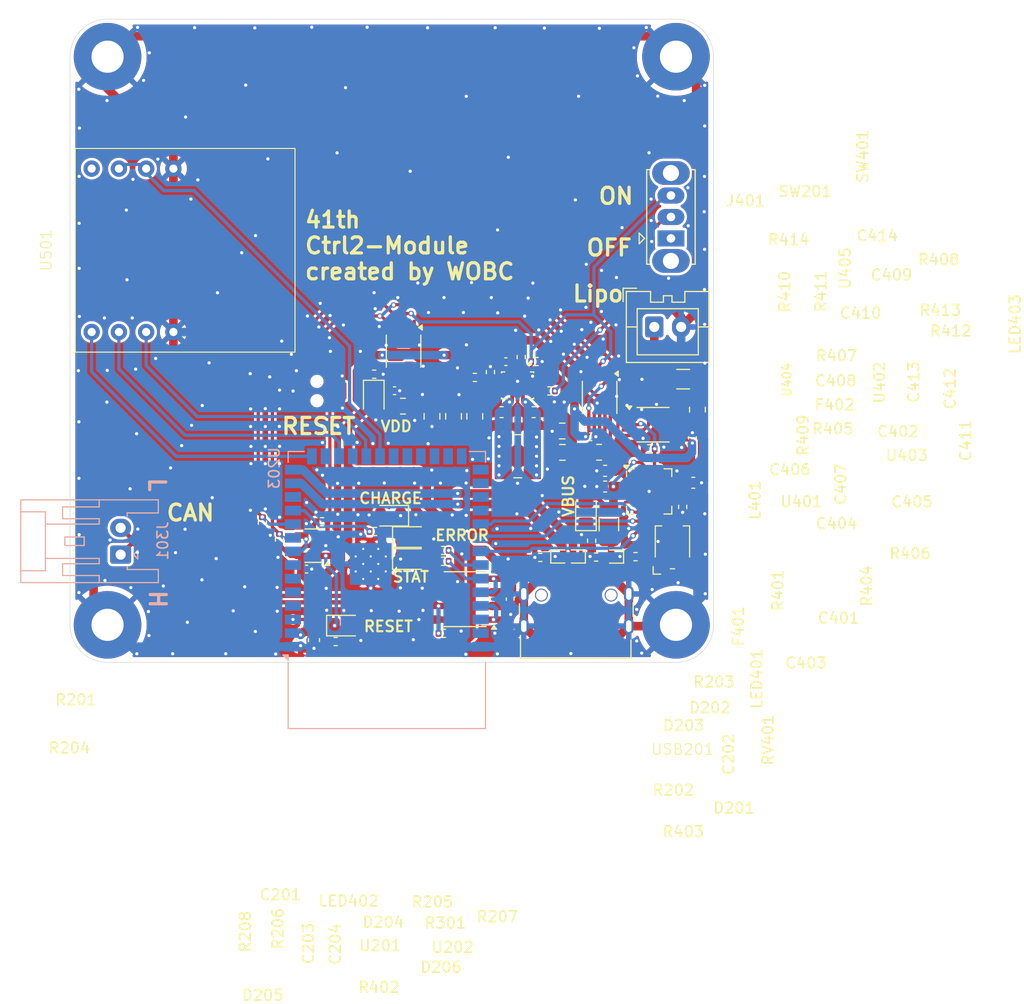
<source format=kicad_pcb>
(kicad_pcb (version 20240108) (generator "pcbnew") (generator_version "8.0")
  (layers (0 "F.Cu" signal) (31 "B.Cu" signal) (34 "B.Paste" user) (35 "F.Paste" user) (36 "B.SilkS" user "B.Silkscreen") (37 "F.SilkS" user "F.Silkscreen") (38 "B.Mask" user) (39 "F.Mask" user) (44 "Edge.Cuts" user))
  (net 0 "")
  (net 1 "GND")
  (net 2 "VDD")
  (net 3 "Net-(LED401-A)")
  (net 4 "Net-(U402-Vbus)")
  (net 5 "Net-(U401-V_{BAT_SENSE})")
  (net 6 "Net-(U402-Vin-)")
  (net 7 "Net-(U404-VAUX)")
  (net 8 "Net-(U404-VOUT)")
  (net 9 "VBUS")
  (net 10 "/ESP32Core/USB_D+")
  (net 11 "/ESP32Core/USB_D-")
  (net 12 "Net-(D204-A)")
  (net 13 "RESET")
  (net 14 "Net-(D205-A)")
  (net 15 "Net-(D206-A)")
  (net 16 "Net-(J401-Pin_1)")
  (net 17 "Net-(U403-Vbus)")
  (net 18 "/CANL")
  (net 19 "/CANH")
  (net 20 "Net-(U404-L2)")
  (net 21 "Net-(U404-L1)")
  (net 22 "Net-(LED401-K)")
  (net 23 "Net-(LED402-A)")
  (net 24 "Net-(LED403-K)")
  (net 25 "Net-(U201-MR)")
  (net 26 "Net-(USB201-CC1)")
  (net 27 "Net-(USB201-CC2)")
  (net 28 "Net-(U203-MTDI{slash}GPIO41{slash}CLK_OUT1)")
  (net 29 "/SCL")
  (net 30 "Net-(U203-MTMS{slash}GPIO42)")
  (net 31 "/SDA")
  (net 32 "/ESP32Core/GPIO18")
  (net 33 "Net-(R403-Pad1)")
  (net 34 "Net-(U401-PROG3)")
  (net 35 "Net-(U401-CE)")
  (net 36 "Net-(SW401-B)")
  (net 37 "Net-(SW401-C)")
  (net 38 "Net-(U404-PG)")
  (net 39 "Net-(U404-FB)")
  (net 41 "/Power/PROG")
  (net 43 "/ESP32Core/WDI")
  (net 45 "/ESP32Core/CAN_RX")
  (net 46 "/ESP32Core/CAN_TX")
  (net 47 "/ESP32Core/GPIO7{slash}ADC1_CH6")
  (net 48 "/ESP32Core/GPIO5{slash}ADC1_CH4")
  (net 49 "/ESP32Core/GPIO10{slash}ADC1_CH9")
  (net 50 "/TX")
  (net 51 "/ESP32Core/GPIO21")
  (net 52 "/ESP32Core/GPIO2{slash}ADC1_CH1")
  (net 54 "/ESP32Core/GPIO48")
  (net 56 "/ESP32Core/GPIO12")
  (net 57 "/ESP32Core/GPIO47")
  (net 59 "/ESP32Core/GPIO14")
  (net 61 "/ESP32Core/GPIO4{slash}ADC1_CH3")
  (net 62 "/RX")
  (net 63 "/ESP32Core/GPIO1{slash}ADC1_CH0")
  (net 64 "/ESP32Core/GPIO6{slash}ADC1_CH5")
  (net 65 "/ESP32Core/GPIO13")
  (net 68 "/ESP32Core/GPIO8{slash}ADC1_CH7")
  (net 69 "/ESP32Core/GPIO11")
  (net 71 "/STAT2")
  (net 72 "/PG")
  (net 73 "/STAT1")
  (net 76 "/ICS/VOUT")
  (footprint "Resistor_SMD:R_0402_1005Metric" (layer "F.Cu") (at 155.59 103.01)
    (property "Reference" "R408")
    (property "Value" "330k")
  )
  (footprint "Capacitor_SMD:C_0805_2012Metric" (layer "F.Cu") (at 145.83 108.12 -90)
    (property "Reference" "C413")
    (property "Value" "22uF")
  )
  (footprint "Resistor_SMD:R_0402_1005Metric" (layer "F.Cu") (at 160.72 119.72 -90)
    (property "Reference" "R401")
    (property "Value" "1k")
  )
  (footprint "Package_DFN_QFN:QFN-20-1EP_4x4mm_P0.5mm_EP2.5x2.5mm" (layer "F.Cu") (at 166.08 115.1225)
    (property "Reference" "U401")
    (property "Value" "MCP73871-1CC")
  )
  (footprint "Resistor_SMD:R_0402_1005Metric" (layer "F.Cu") (at 149.83 104.49 180)
    (property "Reference" "R412")
    (property "Value" "47k")
  )
  (footprint "Resistor_SMD:R_0402_1005Metric" (layer "F.Cu") (at 161.135 121.245 180)
    (property "Reference" "R203")
    (property "Value" "5.1k")
  )
  (footprint "Fuse:Fuse_1206_3216Metric" (layer "F.Cu") (at 162.325 118.1975 90)
    (property "Reference" "F401")
    (property "Value" "Polyfuse")
  )
  (footprint "Potentiometer_SMD:Potentiometer_Bourns_TC33X_Vertical" (layer "F.Cu") (at 168.25 120.24 90)
    (property "Reference" "RV401")
    (property "Value" "10k")
  )
  (footprint "WOBCLibrary:VREG_TPS63070RNMR" (layer "F.Cu") (at 153.81 105.225 -90)
    (property "Reference" "U404")
    (property "Value" "TPS63070RNMR")
  )
  (footprint "Capacitor_SMD:C_0402_1005Metric" (layer "F.Cu") (at 142.34 105.73)
    (property "Reference" "C414")
    (property "Value" "100nF")
  )
  (footprint "Resistor_SMD:R_0402_1005Metric" (layer "F.Cu") (at 140.44 104.19)
    (property "Reference" "R414")
    (property "Value" "1k")
  )
  (footprint "Diode_SMD:D_SOD-882" (layer "F.Cu") (at 157.715 121.195)
    (property "Reference" "D203")
    (property "Value" "5V")
  )
  (footprint "Fuse:Fuse_1206_3216Metric" (layer "F.Cu") (at 169.25 104.65 180)
    (property "Reference" "F402")
    (property "Value" "Polyfuse")
  )
  (footprint "Capacitor_SMD:C_0603_1608Metric" (layer "F.Cu") (at 152.32 107.73)
    (property "Reference" "C410")
    (property "Value" "10uF")
  )
  (footprint "Capacitor_SMD:C_0603_1608Metric" (layer "F.Cu") (at 161.97 113.2 180)
    (property "Reference" "C403")
    (property "Value" "10uF")
  )
  (footprint "LED_SMD:LED_0805_2012Metric" (layer "F.Cu") (at 143.84 121.43)
    (property "Reference" "D206")
    (property "Value" "STAT")
  )
  (footprint "Resistor_SMD:R_0402_1005Metric" (layer "F.Cu") (at 130.02 118.04 90)
    (property "Reference" "R208")
    (property "Value" "10k")
  )
  (footprint "Capacitor_SMD:C_0402_1005Metric" (layer "F.Cu") (at 134.1375 122.3725 180)
    (property "Reference" "C201")
    (property "Value" "100nF")
  )
  (footprint "Capacitor_SMD:C_0805_2012Metric" (layer "F.Cu") (at 157.97 109.49 180)
    (property "Reference" "C406")
    (property "Value" "22uF")
  )
  (footprint "Package_SO:SOIC-8_3.9x4.9mm_P1.27mm" (layer "F.Cu") (at 148.915 125.175 180)
    (property "Reference" "U202")
    (property "Value" "SN65HVD230")
  )
  (footprint "Resistor_SMD:R_0402_1005Metric" (layer "F.Cu") (at 146.87 120.63 180)
    (property "Reference" "R205")
    (property "Value" "470")
  )
  (footprint "Resistor_SMD:R_0402_1005Metric" (layer "F.Cu") (at 140.52 118.86 180)
    (property "Reference" "R402")
    (property "Value" "1k")
  )
  (footprint "Diode_SMD:D_SOD-882" (layer "F.Cu") (at 159.325 121.195 180)
    (property "Reference" "D202")
    (property "Value" "5V")
  )
  (footprint "Capacitor_SMD:C_0805_2012Metric" (layer "F.Cu") (at 147.84 108.12 -90)
    (property "Reference" "C412")
    (property "Value" "22uF")
  )
  (footprint "Capacitor_SMD:C_0603_1608Metric" (layer "F.Cu") (at 134.83 128.99 90)
    (property "Reference" "C203")
    (property "Value" "10uF")
  )
  (footprint "Capacitor_SMD:C_0603_1608Metric" (layer "F.Cu") (at 161.975 114.6675 180)
    (property "Reference" "C401")
    (property "Value" "10uF")
  )
  (footprint "WOBCLibrary:ICS" (layer "F.Cu") (at 117.56 92.63 90)
    (property "Reference" "U501")
    (property "Value" "~")
  )
  (footprint "Package_TO_SOT_SMD:SOT-23-5" (layer "F.Cu") (at 134.79 120.1825 180)
    (property "Reference" "U201")
    (property "Value" "TPS3820")
  )
  (footprint "Resistor_SMD:R_0805_2012Metric" (layer "F.Cu") (at 161.4125 111.47 180)
    (property "Reference" "R406")
    (property "Value" "50mΩ")
  )
  (footprint "Capacitor_SMD:C_0402_1005Metric" (layer "F.Cu") (at 133.58 128.99 -90)
    (property "Reference" "C204")
    (property "Value" "100nF")
  )
  (footprint "Package_SO:VSSOP-10_3x3mm_P0.5mm" (layer "F.Cu") (at 166.44 108.9)
    (property "Reference" "U403")
    (property "Value" "INA226")
  )
  (footprint "Resistor_SMD:R_0402_1005Metric" (layer "F.Cu") (at 146.95 128.36 180)
    (property "Reference" "R301")
    (property "Value" "120")
  )
  (footprint "Package_SO:VSSOP-10_3x3mm_P0.5mm" (layer "F.Cu") (at 143.18 102.04 -90)
    (property "Reference" "U405")
    (property "Value" "INA226")
  )
  (footprint "Diode_SMD:D_SOD-882" (layer "F.Cu") (at 162.8825 121.205 180)
    (property "Reference" "D201")
    (property "Value" "5V")
  )
  (footprint "Resistor_SMD:R_0805_2012Metric" (layer "F.Cu") (at 143.12 107.17 180)
    (property "Reference" "R413")
    (property "Value" "50mΩ")
  )
  (footprint "Resistor_SMD:R_0402_1005Metric" (layer "F.Cu") (at 155.93 121.28 180)
    (property "Reference" "R202")
    (property "Value" "5.1k")
  )
  (footprint "Resistor_SMD:R_0402_1005Metric" (layer "F.Cu") (at 136.85 129.13)
    (property "Reference" "R204")
    (property "Value" "470")
  )
  (footprint "Capacitor_SMD:C_0603_1608Metric" (layer "F.Cu") (at 155.31 107.73 180)
    (property "Reference" "C408")
    (property "Value" "10uF")
  )
  (footprint "Connector_JST:JST_XA_B02B-XASK-1_1x02_P2.50mm_Vertical" (layer "F.Cu") (at 166.56 99.78)
    (property "Reference" "J401")
    (property "Value" "LiPo")
  )
  (footprint "Capacitor_SMD:C_0402_1005Metric" (layer "F.Cu") (at 153.12 125.17 90)
    (property "Reference" "C202")
    (property "Value" "100nF")
  )
  (footprint "Resistor_SMD:R_0402_1005Metric" (layer "F.Cu") (at 151.28 103.99 -90)
    (property "Reference" "R411")
    (property "Value" "15k")
  )
  (footprint "Resistor_SMD:R_0402_1005Metric" (layer "F.Cu") (at 166.085 111.1475)
    (property "Reference" "R405")
    (property "Value" "100k")
  )
  (footprint "Resistor_SMD:R_0402_1005Metric" (layer "F.Cu") (at 135.5775 117.9525)
    (property "Reference" "R201")
    (property "Value" "10k")
  )
  (footprint "Resistor_SMD:R_0402_1005Metric" (layer "F.Cu") (at 131.61 119.61 90)
    (property "Reference" "R206")
    (property "Value" "10k")
  )
  (footprint "WOBCLibrary:USB_C_TYPEC-301S-ACP16X7" (layer "F.Cu") (at 159.285 126.9)
    (property "Reference" "USB201")
    (property "Value" "USB_C_Receptacle_USB2.0")
  )
  (footprint "Package_SO:VSSOP-10_3x3mm_P0.5mm" (layer "F.Cu") (at 161.46 106.35 -90)
    (property "Reference" "U402")
    (property "Value" "INA226")
  )
  (footprint "Capacitor_SMD:C_0402_1005Metric" (layer "F.Cu") (at 160.63 110.02)
    (property "Reference" "C402")
    (property "Value" "100nF")
  )
  (footprint "Button_Switch_THT:SW_Slide_SPDT_Straight_CK_OS102011MS2Q" (layer "F.Cu") (at 168.11 91.52 90)
    (property "Reference" "SW401")
    (property "Value" "Power Switch")
  )
  (footprint "Resistor_SMD:R_0402_1005Metric" (layer "F.Cu") (at 154.15 102.59 -90)
    (property "Reference" "R410")
    (property "Value" "100k")
  )
  (footprint "Resistor_SMD:R_0805_2012Metric" (layer "F.Cu") (at 170.58 107.49 90)
    (property "Reference" "R409")
    (property "Value" "50mΩ")
  )
  (footprint "LED_SMD:LED_0805_2012Metric" (layer "F.Cu") (at 141.9625 117.39 180)
    (property "Reference" "LED402")
    (property "Value" "CHARGE")
  )
  (footprint "Capacitor_SMD:C_0805_2012Metric" (layer "F.Cu") (at 157.99 111.48 180)
    (property "Reference" "C405")
    (property "Value" "22uF")
  )
  (footprint "LED_SMD:LED_0805_2012Metric" (layer "F.Cu") (at 160.185 117.1 90)
    (property "Reference" "LED401")
    (property "Value" "USB Power")
  )
  (footprint "LED_SMD:LED_0805_2012Metric" (layer "F.Cu") (at 137.69 127.64)
    (property "Reference" "D204")
    (property "Value" "RESET")
  )
  (footprint "Inductor_SMD:L_Wuerth_WE-TPC-3816" (layer "F.Cu") (at 153.83 111.84 -90)
    (property "Reference" "L401")
    (property "Value" "L")
  )
  (footprint "Capacitor_SMD:C_0402_1005Metric" (layer "F.Cu") (at 152.72 103.02 180)
    (property "Reference" "C409")
    (property "Value" "100nF")
  )
  (footprint "LED_SMD:LED_0805_2012Metric" (layer "F.Cu") (at 143.84 119.38)
    (property "Reference" "D205")
    (property "Value" "ERROR")
  )
  (footprint "LED_SMD:LED_0805_2012Metric" (layer "F.Cu") (at 140.4 106.44 -90)
    (property "Reference" "LED403")
    (property "Value" "VDD")
  )
  (footprint "Resistor_SMD:R_0402_1005Metric" (layer "F.Cu") (at 146.87 121.64 180)
    (property "Reference" "R207")
    (property "Value" "470")
  )
  (footprint "Resistor_SMD:R_0402_1005Metric" (layer "F.Cu") (at 164.81 121.21 180)
    (property "Reference" "R403")
    (property "Value" "1k")
  )
  (footprint "Capacitor_SMD:C_0603_1608Metric" (layer "F.Cu") (at 170.19 114.3175)
    (property "Reference" "C404")
    (property "Value" "10uF")
  )
  (footprint "WOBCLibrary:Board_1U_60x60" (layer "F.Cu") (at 142.08 101.07 180)
    (property "Reference" "B101" (hide yes))
    (property "Value" "~" (hide yes))
    (fp_line (start 30 -26.5) (end 30 26.5) (stroke (width 0.05)) (layer "Edge.Cuts"))
    (fp_line (start 26.5 30) (end -26.5 30) (stroke (width 0.05)) (layer "Edge.Cuts"))
    (fp_line (start -26.5 -30) (end 26.5 -30) (stroke (width 0.05)) (layer "Edge.Cuts"))
    (fp_line (start -30 26.5) (end -30 -26.5) (stroke (width 0.05)) (layer "Edge.Cuts"))
    (fp_arc (start 30 26.5) (mid 28.974874 28.974874) (end 26.5 30) (stroke (width 0.05)) (layer "Edge.Cuts"))
    (fp_arc (start 26.5 -30) (mid 28.974874 -28.974874) (end 30 -26.5) (stroke (width 0.05)) (layer "Edge.Cuts"))
    (fp_arc (start -26.5 30) (mid -28.974874 28.974874) (end -30 26.5) (stroke (width 0.05)) (layer "Edge.Cuts"))
    (fp_arc (start -30 -26.5) (mid -28.974874 -28.974874) (end -26.5 -30) (stroke (width 0.05)) (layer "Edge.Cuts"))
  )
  (footprint "Resistor_SMD:R_0402_1005Metric" (layer "F.Cu") (at 169.205 116.5675 -90)
    (property "Reference" "R404")
    (property "Value" "100k")
  )
  (footprint "Capacitor_SMD:C_0402_1005Metric" (layer "F.Cu") (at 170.11 110.13 90)
    (property "Reference" "C407")
    (property "Value" "100nF")
  )
  (footprint "Capacitor_SMD:C_0805_2012Metric" (layer "F.Cu") (at 149.82 108.12 -90)
    (property "Reference" "C411")
    (property "Value" "22uF")
  )
  (footprint "WOBCLibrary:TVAF06-A020B-R" (layer "F.Cu") (at 135.105 105.76 90)
    (property "Reference" "SW201")
    (property "Value" "RESET_sw")
  )
  (footprint "Resistor_SMD:R_0402_1005Metric" (layer "F.Cu") (at 156.78 105.75 180)
    (property "Reference" "R407")
    (property "Value" "10k")
  )
  (footprint "Connector_JST:JST_XA_S02B-XASK-1N-BN_1x02_P2.50mm_Horizontal" (layer "B.Cu") (at 116.8 121.02 90)
    (property "Reference" "J301")
    (property "Value" "Conn_01x02_Pin")
  )
  (footprint "RF_Module:ESP32-S3-WROOM-1" (layer "B.Cu") (at 141.62 124.35)
    (property "Reference" "U203")
    (property "Value" "ESP32-S3-WROOM-1")
  )
  (gr_text "L" (at 119.31 113.69 -90) (layer "B.SilkS") (effects (font (size 1.5 1.5) (thickness 0.3) (bold yes)) (justify left bottom)))
  (gr_text "H" (at 119.36 124.19 -90) (layer "B.SilkS") (effects (font (size 1.5 1.5) (thickness 0.3) (bold yes)) (justify left bottom)))
  (gr_text "RESET" (at 131.67 109.92 0) (layer "F.SilkS") (effects (font (size 1.5 1.5) (thickness 0.3) (bold yes)) (justify left bottom)))
  (gr_text "CAN" (at 120.93 118 0) (layer "F.SilkS") (effects (font (size 1.5 1.5) (thickness 0.3) (bold yes)) (justify left bottom)))
  (gr_text "OFF" (at 160.08 93.27 0) (layer "F.SilkS") (effects (font (size 1.5 1.5) (thickness 0.3) (bold yes)) (justify left bottom)))
  (gr_text "VBUS" (at 159.13 117.61 90) (layer "F.SilkS") (effects (font (size 1 1) (thickness 0.2) (bold yes)) (justify left bottom)))
  (gr_text "Lipo" (at 158.8 97.56 0) (layer "F.SilkS") (effects (font (size 1.5 1.5) (thickness 0.3) (bold yes)) (justify left bottom)))
  (gr_text "ON" (at 161.22 88.45 0) (layer "F.SilkS") (effects (font (size 1.5 1.5) (thickness 0.3) (bold yes)) (justify left bottom)))
  (gr_text "ERROR" (at 146.03 119.81 0) (layer "F.SilkS") (effects (font (size 1 1) (thickness 0.2) (bold yes)) (justify left bottom)))
  (gr_text "RESET" (at 139.37 128.3 0) (layer "F.SilkS") (effects (font (size 1 1) (thickness 0.2) (bold yes)) (justify left bottom)))
  (gr_text "VDD" (at 140.94 109.64 0) (layer "F.SilkS") (effects (font (size 1 1) (thickness 0.2) (bold yes)) (justify left bottom)))
  (gr_text "41th\nCtrl2-Module\ncreated by WOBC" (at 133.84 95.49 0) (layer "F.SilkS") (effects (font (size 1.5 1.5) (thickness 0.3) (bold yes)) (justify left bottom)))
  (gr_text "STAT" (at 142.06 123.68 0) (layer "F.SilkS") (effects (font (size 1 1) (thickness 0.2) (bold yes)) (justify left bottom)))
  (gr_text "CHARGE" (at 138.93 116.35 0) (layer "F.SilkS") (effects (font (size 1 1) (thickness 0.2) (bold yes)) (justify left bottom)))
  (segment (start 161.11 110.02) (end 160.96 109.87) (width 0.3) (layer "F.Cu") (net 1))
  (segment (start 157.04 111.48) (end 157.04 112.205) (width 0.8) (layer "F.Cu") (net 1))
  (segment (start 163.3575 121.19) (end 163.3325 121.215) (width 0.6) (layer "F.Cu") (net 1))
  (segment (start 153.67 104.7) (end 153.29 104.7) (width 0.25) (layer "F.Cu") (net 1))
  (segment (start 134.72 122.27) (end 134.6175 122.3725) (width 0.4) (layer "F.Cu") (net 1))
  (segment (start 156.1 103.01) (end 156.1 103.485) (width 0.6) (layer "F.Cu") (net 1))
  (segment (start 170.46 98.38) (end 170.46 76.45) (width 0.8) (layer "F.Cu") (net 1))
  (segment (start 156.520062 108.990062) (end 157.02 109.49) (width 0.8) (layer "F.Cu") (net 1))
  (segment (start 164.18 124.69) (end 162.72 123.23) (width 0.8) (layer "F.Cu") (net 1))
  (segment (start 166.67 72.66) (end 117.49 72.66) (width 0.8) (layer "F.Cu") (net 1))
  (segment (start 163.25 128.62) (end 164.18 127.69) (width 0.8) (layer "F.Cu") (net 1))
  (segment (start 153.095 107.82796) (end 153.095 107.73) (width 0.8) (layer "F.Cu") (net 1))
  (segment (start 155.32 128.62) (end 163.25 128.62) (width 0.8) (layer "F.Cu") (net 1))
  (segment (start 154.39 124.69) (end 155.85 123.23) (width 0.8) (layer "F.Cu") (net 1))
  (segment (start 160.57 121.19) (end 160.72 121.04) (width 0.8) (layer "F.Cu") (net 1))
  (segment (start 142.9025 121.43) (end 142.9025 119.38) (width 0.8) (layer "F.Cu") (net 1))
  (segment (start 163.585735 100.914265) (end 164.35 100.15) (width 0.8) (layer "F.Cu") (net 1))
  (segment (start 151.85296 109.07) (end 153.095 107.82796) (width 0.8) (layer "F.Cu") (net 1))
  (segment (start 164.35 98.8) (end 165.43 97.72) (width 0.8) (layer "F.Cu") (net 1))
  (segment (start 162.72 123.23) (end 162.585 123.23) (width 0.8) (layer "F.Cu") (net 1))
  (segment (start 156.1 103.485) (end 155.26 104.325) (width 0.6) (layer "F.Cu") (net 1))
  (segment (start 164.3 120.957208) (end 166.83 118.427208) (width 0.6) (layer "F.Cu") (net 1))
  (segment (start 164.18 127.69) (end 168.46 127.69) (width 0.8) (layer "F.Cu") (net 1))
  (segment (start 121.72 83.69) (end 121.72 100.25) (width 0.8) (layer "F.Cu") (net 1))
  (segment (start 157.04 112.205) (end 158.035 113.2) (width 0.8) (layer "F.Cu") (net 1))
  (segment (start 147.84 109.07) (end 145.83 109.07) (width 0.8) (layer "F.Cu") (net 1))
  (segment (start 121.72 102.19) (end 114.28 109.63) (width 0.8) (layer "F.Cu") (net 1))
  (segment (start 167.08 117.06) (end 167.08 116.1225) (width 0.3) (layer "F.Cu") (net 1))
  (segment (start 161.79 100.914265) (end 163.585735 100.914265) (width 0.8) (layer "F.Cu") (net 1))
  (segment (start 155.21 104.375) (end 155.21 104.5) (width 0.25) (layer "F.Cu") (net 1))
  (segment (start 164.35 100.15) (end 164.35 98.8) (width 0.8) (layer "F.Cu") (net 1))
  (segment (start 153.81 104.84) (end 153.67 104.7) (width 0.25) (layer "F.Cu") (net 1))
  (segment (start 153.095 107.678734) (end 153.801867 106.971867) (width 0.4) (layer "F.Cu") (net 1))
  (segment (start 114.28 126.27) (end 115.58 127.57) (width 0.8) (layer "F.Cu") (net 1))
  (segment (start 166.58 115.6225) (end 166.08 115.1225) (width 0.3) (layer "F.Cu") (net 1))
  (segment (start 161.2 113.205) (end 161.195 113.2) (width 0.8) (layer "F.Cu") (net 1))
  (segment (start 168.0175 116.1225) (end 167.08 116.1225) (width 0.3) (layer "F.Cu") (net 1))
  (segment (start 154.39 124.780398) (end 154.39 124.69) (width 0.8) (layer "F.Cu") (net 1))
  (segment (start 157.04 109.51) (end 157.02 109.49) (width 0.8) (layer "F.Cu") (net 1))
  (segment (start 164.3 121.21) (end 164.3 120.957208) (width 0.6) (layer "F.Cu") (net 1))
  (segment (start 168.035 117.0775) (end 166.08 115.1225) (width 0.8) (layer "F.Cu") (net 1))
  (segment (start 115.58 74.57) (end 115.58 77.55) (width 0.8) (layer "F.Cu") (net 1))
  (segment (start 160.57 121.19) (end 160.565 121.195) (width 0.8) (layer "F.Cu") (net 1))
  (segment (start 153.12 125.65) (end 153.520398 125.65) (width 0.8) (layer "F.Cu") (net 1))
  (segment (start 153.06 104.075) (end 152.24 103.255) (width 0.3) (layer "F.Cu") (net 1))
  (segment (start 152.24 103.02) (end 151.74 103.02) (width 0.8) (layer "F.Cu") (net 1))
  (segment (start 154.535 107.705) (end 154.535 107.73) (width 0.4) (layer "F.Cu") (net 1))
  (segment (start 157.04 111.48) (end 157.04 109.51) (width 0.8) (layer "F.Cu") (net 1))
  (segment (start 149.82 109.07) (end 151.85296 109.07) (width 0.8) (layer "F.Cu") (net 1))
  (segment (start 158.035 113.2) (end 161.195 113.2) (width 0.8) (layer "F.Cu") (net 1))
  (segment (start 163.3325 121.215) (end 163.3325 122.5325) (width 0.6) (layer "F.Cu") (net 1))
  (segment (start 155.697102 108.990062) (end 156.520062 108.990062) (width 0.8) (layer "F.Cu") (net 1))
  (segment (start 154.535 107.73) (end 154.535 107.82796) (width 0.8) (layer "F.Cu") (net 1))
  (segment (start 159.8 100.03) (end 160.1 100.03) (width 0.8) (layer "F.Cu") (net 1))
  (segment (start 163.36 121.19) (end 163.3575 121.19) (width 0.6) (layer "F.Cu") (net 1))
  (segment (start 133.834999 129.765) (end 133.58 129.510001) (width 0.8) (layer "F.Cu") (net 1))
  (segment (start 160.1 100.03) (end 160.984265 100.914265) (width 0.8) (layer "F.Cu") (net 1))
  (segment (start 136.36 102.06) (end 139.15 102.06) (width 0.8) (layer "F.Cu") (net 1))
  (segment (start 166.58 117.06) (end 167.08 117.06) (width 0.3) (layer "F.Cu") (net 1))
  (segment (start 165.43 97.72) (end 167.91 97.72) (width 0.8) (layer "F.Cu") (net 1))
  (segment (start 167.08 116.1225) (end 166.08 115.1225) (width 0.3) (layer "F.Cu") (net 1))
  (segment (start 140.95 104.19) (end 141.28 104.19) (width 0.8) (layer "F.Cu") (net 1))
  (segment (start 117.49 72.66) (end 115.58 74.57) (width 0.8) (layer "F.Cu") (net 1))
  (segment (start 154.535 107.82796) (end 155.697102 108.990062) (width 0.8) (layer "F.Cu") (net 1))
  (segment (start 134.83 129.765) (end 133.834999 129.765) (width 0.8) (layer "F.Cu") (net 1))
  (segment (start 142.9 117.39) (end 142.9 119.3775) (width 0.8) (layer "F.Cu") (net 1))
  (segment (start 169.06 99.78) (end 170.46 98.38) (width 0.8) (layer "F.Cu") (net 1))
  (segment (start 142.68 105.59) (end 142.82 105.73) (width 0.3) (layer "F.Cu") (net 1))
  (segment (start 135.9275 120.1825) (end 135.265001 120.1825) (width 0.4) (layer "F.Cu") (net 1))
  (segment (start 168.64 109.4) (end 169.86 109.4) (width 0.3) (layer "F.Cu") (net 1))
  (segment (start 167.08 117.06) (end 168.0175 116.1225) (width 0.3) (layer "F.Cu") (net 1))
  (segment (start 153.06 104.47) (end 153.06 104.075) (width 0.25) (layer "F.Cu") (net 1))
  (segment (start 168.58 74.57) (end 166.67 72.66) (width 0.8) (layer "F.Cu") (net 1))
  (segment (start 155.42 122.8) (end 155.85 123.23) (width 0.8) (layer "F.Cu") (net 1))
  (segment (start 121.72 100.25) (end 121.72 102.19) (width 0.8) (layer "F.Cu") (net 1))
  (segment (start 167.91 97.72) (end 169.06 98.87) (width 0.8) (layer "F.Cu") (net 1))
  (segment (start 164.18 124.69) (end 164.18 127.69) (width 0.8) (layer "F.Cu") (net 1))
  (segment (start 160.984265 100.914265) (end 161.79 100.914265) (width 0.8) (layer "F.Cu") (net 1))
  (segment (start 163.36 121.19) (end 163.38 121.21) (width 0.6) (layer "F.Cu") (net 1))
  (segment (start 155.42 121.28) (end 155.42 122.8) (width 0.8) (layer "F.Cu") (net 1))
  (segment (start 142.68 104.24) (end 142.68 105.59) (width 0.3) (layer "F.Cu") (net 1))
  (segment (start 115.58 77.55) (end 121.72 83.69) (width 0.8) (layer "F.Cu") (net 1))
  (segment (start 153.801867 106.971867) (end 154.535 107.705) (width 0.4) (layer "F.Cu") (net 1))
  (segment (start 154.39 127.69) (end 155.32 128.62) (width 0.8) (layer "F.Cu") (net 1))
  (segment (start 154.39 124.69) (end 154.39 127.69) (width 0.8) (layer "F.Cu") (net 1))
  (segment (start 166.58 117.06) (end 166.58 115.6225) (width 0.3) (layer "F.Cu") (net 1))
  (segment (start 153.095 107.73) (end 153.095 107.678734) (width 0.4) (layer "F.Cu") (net 1))
  (segment (start 160.565 121.195) (end 159.875 121.195) (width 0.8) (layer "F.Cu") (net 1))
  (segment (start 152.96 125.81) (end 153.12 125.65) (width 0.8) (layer "F.Cu") (net 1))
  (segment (start 169.06 98.87) (end 169.06 99.78) (width 0.8) (layer "F.Cu") (net 1))
  (segment (start 170.46 76.45) (end 168.58 74.57) (width 0.8) (layer "F.Cu") (net 1))
  (segment (start 135.265001 120.1825) (end 134.72 120.727501) (width 0.4) (layer "F.Cu") (net 1))
  (segment (start 151.74 103.02) (end 151.28 103.48) (width 0.8) (layer "F.Cu") (net 1))
  (segment (start 142.9 119.3775) (end 142.9025 119.38) (width 0.8) (layer "F.Cu") (net 1))
  (segment (start 153.520398 125.65) (end 154.39 124.780398) (width 0.8) (layer "F.Cu") (net 1))
  (segment (start 169.205 117.0775) (end 168.035 117.0775) (width 0.8) (layer "F.Cu") (net 1))
  (segment (start 152.24 103.255) (end 152.24 103.02) (width 0.3) (layer "F.Cu") (net 1))
  (segment (start 149.82 109.07) (end 147.84 109.07) (width 0.8) (layer "F.Cu") (net 1))
  (segment (start 114.28 109.63) (end 114.28 126.27) (width 0.8) (layer "F.Cu") (net 1))
  (segment (start 144.61 127.08) (end 146.44 127.08) (width 0.8) (layer "F.Cu") (net 1))
  (segment (start 153.29 104.7) (end 153.06 104.47) (width 0.25) (layer "F.Cu") (net 1))
  (segment (start 160.96 109.87) (end 160.96 108.55) (width 0.3) (layer "F.Cu") (net 1))
  (segment (start 163.38 121.21) (end 164.3 121.21) (width 0.6) (layer "F.Cu") (net 1))
  (segment (start 160.72 121.04) (end 160.72 120.23) (width 0.8) (layer "F.Cu") (net 1))
  (segment (start 162.635 123.23) (end 163.3325 122.5325) (width 0.8) (layer "F.Cu") (net 1))
  (segment (start 169.86 109.4) (end 170.11 109.65) (width 0.3) (layer "F.Cu") (net 1))
  (segment (start 151.39 125.81) (end 152.96 125.81) (width 0.8) (layer "F.Cu") (net 1))
  (segment (start 168.46 127.69) (end 168.58 127.57) (width 0.8) (layer "F.Cu") (net 1))
  (segment (start 153.81 105.825) (end 153.81 106.963734) (width 0.25) (layer "F.Cu") (net 1))
  (segment (start 153.81 106.963734) (end 153.801867 106.971867) (width 0.25) (layer "F.Cu") (net 1))
  (segment (start 166.83 118.427208) (end 166.83 117.185) (width 0.6) (layer "F.Cu") (net 1))
  (segment (start 134.72 120.727501) (end 134.72 122.27) (width 0.4) (layer "F.Cu") (net 1))
  (segment (start 153.81 105.825) (end 153.81 104.85) (width 0.25) (layer "F.Cu") (net 1))
  (segment (start 153.81 104.85) (end 153.81 104.84) (width 0.25) (layer "F.Cu") (net 1))
  (segment (start 161.2 114.6675) (end 161.2 113.205) (width 0.8) (layer "F.Cu") (net 1))
  (segment (start 155.85 123.23) (end 155.935 123.23) (width 0.8) (layer "F.Cu") (net 1))
  (via (at 166.32 91.81) (size 0.5) (drill 0.3) (layers "F.Cu" "B.Cu") (net 1))
  (via (at 118.94 76.78) (size 0.5) (drill 0.3) (layers "F.Cu" "B.Cu") (net 1))
  (via (at 128.9 116.88) (size 0.5) (drill 0.3) (layers "F.Cu" "B.Cu") (net 1))
  (via (at 159.5 78.26) (size 0.5) (drill 0.3) (layers "F.Cu" "B.Cu") (net 1))
  (via (at 129.31 71.88) (size 0.5) (drill 0.3) (layers "F.Cu" "B.Cu") (net 1))
  (via (at 141.75 110.63) (size 0.5) (drill 0.3) (layers "F.Cu" "B.Cu") (net 1))
  (via (at 162.99 99.59) (size 0.5) (drill 0.3) (layers "F.Cu" "B.Cu") (net 1))
  (via (at 137.61 126.23) (size 0.5) (drill 0.3) (layers "F.Cu" "B.Cu") (net 1))
  (via (at 117.75 124.1) (size 0.5) (drill 0.3) (layers "F.Cu" "B.Cu") (net 1))
  (via (at 156.84 99.12) (size 0.5) (drill 0.3) (layers "F.Cu" "B.Cu") (net 1))
  (via (at 163.55 90.52) (size 0.5) (drill 0.3) (layers "F.Cu" "B.Cu") (net 1))
  (via (at 143.8 85.25) (size 0.5) (drill 0.3) (layers "F.Cu" "B.Cu") (net 1))
  (via (at 144.99 126.22) (size 0.5) (drill 0.3) (layers "F.Cu" "B.Cu") (net 1))
  (via (at 142.8 91.35) (size 0.5) (drill 0.3) (layers "F.Cu" "B.Cu") (net 1))
  (via (at 151.78 119.99) (size 0.5) (drill 0.3) (layers "F.Cu" "B.Cu") (net 1))
  (via (at 166.27 89.85) (size 0.5) (drill 0.3) (layers "F.Cu" "B.Cu") (net 1))
  (via (at 128.95 110.93) (size 0.5) (drill 0.3) (layers "F.Cu" "B.Cu") (net 1))
  (via (at 130.29 109.07) (size 0.5) (drill 0.3) (layers "F.Cu" "B.Cu") (net 1))
  (via (at 141.56 101.49) (size 0.5) (drill 0.3) (layers "F.Cu" "B.Cu") (net 1))
  (via (at 171.25 99.54) (size 0.5) (drill 0.3) (layers "F.Cu" "B.Cu") (net 1))
  (via (at 131.47 121.27) (size 0.5) (drill 0.3) (layers "F.Cu" "B.Cu") (net 1))
  (via (at 164.99 76.36) (size 0.5) (drill 0.3) (layers "F.Cu" "B.Cu") (net 1))
  (via (at 122.81 118.65) (size 0.5) (drill 0.3) (layers "F.Cu" "B.Cu") (net 1))
  (via (at 148.22 123.54) (size 0.5) (drill 0.3) (layers "F.Cu" "B.Cu") (net 1))
  (via (at 171.21 89.03) (size 0.5) (drill 0.3) (layers "F.Cu" "B.Cu") (net 1))
  (via (at 139.2 129.03) (size 0.5) (drill 0.3) (layers "F.Cu" "B.Cu") (net 1))
  (via (at 144.94 106.08) (size 0.5) (drill 0.3) (layers "F.Cu" "B.Cu") (net 1))
  (via (at 161.79 100.914265) (size 0.5) (drill 0.3) (layers "F.Cu" "B.Cu") (net 1))
  (via (at 148.55 128.15) (size 0.5) (drill 0.3) (layers "F.Cu" "B.Cu") (net 1))
  (via (at 125.05 103.13) (size 0.5) (drill 0.3) (layers "F.Cu" "B.Cu") (net 1))
  (via (at 124.38 123.37) (size 0.5) (drill 0.3) (layers "F.Cu" "B.Cu") (net 1))
  (via (at 156.9 101.13) (size 0.5) (drill 0.3) (layers "F.Cu" "B.Cu") (net 1))
  (via (at 119.39 126.33) (size 0.5) (drill 0.3) (layers "F.Cu" "B.Cu") (net 1))
  (via (at 123.7 71.86) (size 0.5) (drill 0.3) (layers "F.Cu" "B.Cu") (net 1))
  (via (at 135.01 117.06) (size 0.5) (drill 0.3) (layers "F.Cu" "B.Cu") (net 1))
  (via (at 134.22 98.76) (size 0.5) (drill 0.3) (layers "F.Cu" "B.Cu") (net 1))
  (via (at 171.24 96.29) (size 0.5) (drill 0.3) (layers "F.Cu" "B.Cu") (net 1))
  (via (at 157.82 98.19) (size 0.5) (drill 0.3) (layers "F.Cu" "B.Cu") (net 1))
  (via (at 165.39 130.21) (size 0.5) (drill 0.3) (layers "F.Cu" "B.Cu") (net 1))
  (via (at 157.24 106.77) (size 0.5) (drill 0.3) (layers "F.Cu" "B.Cu") (net 1))
  (via (at 135.28 99.78) (size 0.5) (drill 0.3) (layers "F.Cu" "B.Cu") (net 1))
  (via (at 115.53 78.66) (size 0.5) (drill 0.3) (layers "F.Cu" "B.Cu") (net 1))
  (via (at 126.6 130.27) (size 0.5) (drill 0.3) (layers "F.Cu" "B.Cu") (net 1))
  (via (at 118.36 120.81) (size 0.5) (drill 0.3) (layers "F.Cu" "B.Cu") (net 1))
  (via (at 131.4 126.3) (size 0.5) (drill 0.3) (layers "F.Cu" "B.Cu") (net 1))
  (via (at 112.86 103.86) (size 0.5) (drill 0.3) (layers "F.Cu" "B.Cu") (net 1))
  (via (at 163.24 102.49) (size 0.5) (drill 0.3) (layers "F.Cu" "B.Cu") (net 1))
  (via (at 144.09 128.96) (size 0.5) (drill 0.3) (layers "F.Cu" "B.Cu") (net 1))
  (via (at 151.72 71.87) (size 0.5) (drill 0.3) (layers "F.Cu" "B.Cu") (net 1))
  (via (at 169.72 90.34) (size 0.5) (drill 0.3) (layers "F.Cu" "B.Cu") (net 1))
  (via (at 154.47 98.77) (size 0.5) (drill 0.3) (layers "F.Cu" "B.Cu") (net 1))
  (via (at 134.6175 122.3725) (size 0.5) (drill 0.3) (layers "F.Cu" "B.Cu") (net 1))
  (via (at 148.76 98.43) (size 0.5) (drill 0.3) (layers "F.Cu" "B.Cu") (net 1))
  (via (at 137.57 99.6) (size 0.5) (drill 0.3) (layers "F.Cu" "B.Cu") (net 1))
  (via (at 140.43 96.59) (size 0.5) (drill 0.3) (layers "F.Cu" "B.Cu") (net 1))
  (via (at 165.51 110.17) (size 0.5) (drill 0.3) (layers "F.Cu" "B.Cu") (net 1))
  (via (at 149.03 78.26) (size 0.5) (drill 0.3) (layers "F.Cu" "B.Cu") (net 1))
  (via (at 137.46 104.35) (size 0.5) (drill 0.3) (layers "F.Cu" "B.Cu") (net 1))
  (via (at 166.76 107) (size 0.5) (drill 0.3) (layers "F.Cu" "B.Cu") (net 1))
  (via (at 163.71 117.24) (size 0.5) (drill 0.3) (layers "F.Cu" "B.Cu") (net 1))
  (via (at 142.9 117.39) (size 0.5) (drill 0.3) (layers "F.Cu" "B.Cu") (net 1))
  (via (at 137.06 109.09) (size 0.5) (drill 0.3) (layers "F.Cu" "B.Cu") (net 1))
  (via (at 169.7 86.79) (size 0.5) (drill 0.3) (layers "F.Cu" "B.Cu") (net 1))
  (via (at 170.11 109.65) (size 0.5) (drill 0.3) (layers "F.Cu" "B.Cu") (net 1))
  (via (at 112.96 81.23) (size 0.5) (drill 0.3) (layers "F.Cu" "B.Cu") (net 1))
  (via (at 121.92 120.84) (size 0.5) (drill 0.3) (layers "F.Cu" "B.Cu") (net 1))
  (via (at 130.29 112.54) (size 0.5) (drill 0.3) (layers "F.Cu" "B.Cu") (net 1))
  (via (at 121.46 112.93) (size 0.5) (drill 0.3) (layers "F.Cu" "B.Cu") (net 1))
  (via (at 155.42 121.28) (size 0.5) (drill 0.3) (layers "F.Cu" "B.Cu") (net 1))
  (via (at 149.08 113.18) (size 0.5) (drill 0.3) (layers "F.Cu" "B.Cu") (net 1))
  (via (at 155.24 95.69) (size 0.5) (drill 0.3) (layers "F.Cu" "B.Cu") (net 1))
  (via (at 166.08 115.1225) (size 0.5) (drill 0.3) (layers "F.Cu" "B.Cu") (net 1))
  (via (at 137.48 107.35) (size 0.5) (drill 0.3) (layers "F.Cu" "B.Cu") (net 1))
  (via (at 125.34 115.71) (size 0.5) (drill 0.3) (layers "F.Cu" "B.Cu") (net 1))
  (via (at 123.35 87.85) (size 0.5) (drill 0.3) (layers "F.Cu" "B.Cu") (net 1))
  (via (at 112.93 119.16) (size 0.5) (drill 0.3) (layers "F.Cu" "B.Cu") (net 1))
  (via (at 159.1 101.39) (size 0.5) (drill 0.3) (layers "F.Cu" "B.Cu") (net 1))
  (via (at 145.47 110.67) (size 0.5) (drill 0.3) (layers "F.Cu" "B.Cu") (net 1))
  (via (at 168.67 113.21) (size 0.5) (drill 0.3) (layers "F.Cu" "B.Cu") (net 1))
  (via (at 128.09 92.86) (size 0.5) (drill 0.3) (layers "F.Cu" "B.Cu") (net 1))
  (via (at 167.89 95.24) (size 0.5) (drill 0.3) (layers "F.Cu" "B.Cu") (net 1))
  (via (at 166.36 124.28) (size 0.5) (drill 0.3) (layers "F.Cu" "B.Cu") (net 1))
  (via (at 148.21 103.6) (size 0.5) (drill 0.3) (layers "F.Cu" "B.Cu") (net 1))
  (via (at 159.8 100.03) (size 0.5) (drill 0.3) (layers "F.Cu" "B.Cu") (net 1))
  (via (at 171.26 77.24) (size 0.5) (drill 0.3) (layers "F.Cu" "B.Cu") (net 1))
  (via (at 133.58 129.510001) (size 0.5) (drill 0.3) (layers "F.Cu" "B.Cu") (net 1))
  (via (at 117.95 86.01) (size 0.5) (drill 0.3) (layers "F.Cu" "B.Cu") (net 1))
  (via (at 144.01 122.5) (size 0.5) (drill 0.3) (layers "F.Cu" "B.Cu") (net 1))
  (via (at 142.82 105.73) (size 0.5) (drill 0.3) (layers "F.Cu" "B.Cu") (net 1))
  (via (at 160.29 102.61) (size 0.5) (drill 0.3) (layers "F.Cu" "B.Cu") (net 1))
  (via (at 139.97 117.32) (size 0.5) (drill 0.3) (layers "F.Cu" "B.Cu") (net 1))
  (via (at 149.02 117.36) (size 0.5) (drill 0.3) (layers "F.Cu" "B.Cu") (net 1))
  (via (at 139.19 119.12) (size 0.5) (drill 0.3) (layers "F.Cu" "B.Cu") (net 1))
  (via (at 169.35 78.66) (size 0.5) (drill 0.3) (layers "F.Cu" "B.Cu") (net 1))
  (via (at 161.63 98.34) (size 0.5) (drill 0.3) (layers "F.Cu" "B.Cu") (net 1))
  (via (at 130.29 107.4) (size 0.5) (drill 0.3) (layers "F.Cu" "B.Cu") (net 1))
  (via (at 155.79 100.06) (size 0.5) (drill 0.3) (layers "F.Cu" "B.Cu") (net 1))
  (via (at 131.26 130.29) (size 0.5) (drill 0.3) (layers "F.Cu" "B.Cu") (net 1))
  (via (at 149.04 101.45) (size 0.5) (drill 0.3) (layers "F.Cu" "B.Cu") (net 1))
  (via (at 151.28 103.48) (size 0.5) (drill 0.3) (layers "F.Cu" "B.Cu") (net 1))
  (via (at 155.04 118.58) (size 0.5) (drill 0.3) (layers "F.Cu" "B.Cu") (net 1))
  (via (at 140.91 99.74) (size 0.5) (drill 0.3) (layers "F.Cu" "B.Cu") (net 1))
  (via (at 131.62 117.53) (size 0.5) (drill 0.3) (layers "F.Cu" "B.Cu") (net 1))
  (via (at 144.92 124.15) (size 0.5) (drill 0.3) (layers "F.Cu" "B.Cu") (net 1))
  (via (at 117.33 88.88) (size 0.5) (drill 0.3) (layers "F.Cu" "B.Cu") (net 1))
  (via (at 153.63 100.09) (size 0.5) (drill 0.3) (layers "F.Cu" "B.Cu") (net 1))
  (via (at 149.01 114.34) (size 0.5) (drill 0.3) (layers "F.Cu" "B.Cu") (net 1))
  (via (at 135.62 113.61) (size 0.5) (drill 0.3) (layers "F.Cu" "B.Cu") (net 1))
  (via (at 112.91 108.63) (size 0.5) (drill 0.3) (layers "F.Cu" "B.Cu") (net 1))
  (via (at 149.11 118.83) (size 0.5) (drill 0.3) (layers "F.Cu" "B.Cu") (net 1))
  (via (at 146 119.56) (size 0.5) (drill 0.3) (layers "F.Cu" "B.Cu") (net 1))
  (via (at 142.89 124.12) (size 0.5) (drill 0.3) (layers "F.Cu" "B.Cu") (net 1))
  (via (at 117.39 95.38) (size 0.5) (drill 0.3) (layers "F.Cu" "B.Cu") (net 1))
  (via (at 160.57 121.19) (size 0.5) (drill 0.3) (layers "F.Cu" "B.Cu") (net 1))
  (via (at 146.95 97.04) (size 0.5) (drill 0.3) (layers "F.Cu" "B.Cu") (net 1))
  (via (at 141.38 114.34) (size 0.5) (drill 0.3) (layers "F.Cu" "B.Cu") (net 1))
  (via (at 118.29 109.74) (size 0.5) (drill 0.3) (layers "F.Cu" "B.Cu") (net 1))
  (via (at 147.72 117.32) (size 0.5) (drill 0.3) (layers "F.Cu" "B.Cu") (net 1))
  (via (at 118.38 71.84) (size 0.5) (drill 0.3) (layers "F.Cu" "B.Cu") (net 1))
  (via (at 139.78 71.82) (size 0.5) (drill 0.3) (layers "F.Cu" "B.Cu") (net 1))
  (via (at 171.31 124.67) (size 0.5) (drill 0.3) (layers "F.Cu" "B.Cu") (net 1))
  (via (at 119.44 128.57) (size 0.5) (drill 0.3) (layers "F.Cu" "B.Cu") (net 1))
  (via (at 164.66 73.74) (size 0.5) (drill 0.3) (layers "F.Cu" "B.Cu") (net 1))
  (via (at 166.26 87.85) (size 0.5) (drill 0.3) (layers "F.Cu" "B.Cu") (net 1))
  (via (at 140.12 124.15) (size 0.5) (drill 0.3) (layers "F.Cu" "B.Cu") (net 1))
  (via (at 119.47 74.21) (size 0.5) (drill 0.3) (layers "F.Cu" "B.Cu") (net 1))
  (via (at 158.78 130.25) (size 0.5) (drill 0.3) (layers "F.Cu" "B.Cu") (net 1))
  (via (at 117.68 114.88) (size 0.5) (drill 0.3) (layers "F.Cu" "B.Cu") (net 1))
  (via (at 128.46 77.22) (size 0.5) (drill 0.3) (layers "F.Cu" "B.Cu") (net 1))
  (via (at 127.3 126.26) (size 0.5) (drill 0.3) (layers "F.Cu" "B.Cu") (net 1))
  (via (at 158.09 102.32) (size 0.5) (drill 0.3) (layers "F.Cu" "B.Cu") (net 1))
  (via (at 128.37 124.02) (size 0.5) (drill 0.3) (layers "F.Cu" "B.Cu") (net 1))
  (via (at 165.38 107.48) (size 0.5) (drill 0.3) (layers "F.Cu" "B.Cu") (net 1))
  (via (at 158.16 106.79) (size 0.5) (drill 0.3) (layers "F.Cu" "B.Cu") (net 1))
  (via (at 132.88 105.76) (size 0.5) (drill 0.3) (layers "F.Cu" "B.Cu") (net 1))
  (via (at 160.19 97.95) (size 0.5) (drill 0.3) (layers "F.Cu" "B.Cu") (net 1))
  (via (at 118.31 130.27) (size 0.5) (drill 0.3) (layers "F.Cu" "B.Cu") (net 1))
  (via (at 138.93 117.3) (size 0.5) (drill 0.3) (layers "F.Cu" "B.Cu") (net 1))
  (via (at 140.32 110.66) (size 0.5) (drill 0.3) (layers "F.Cu" "B.Cu") (net 1))
  (via (at 140.17 126.25) (size 0.5) (drill 0.3) (layers "F.Cu" "B.Cu") (net 1))
  (via (at 128.95 112.54) (size 0.5) (drill 0.3) (layers "F.Cu" "B.Cu") (net 1))
  (via (at 145.01 103.44) (size 0.5) (drill 0.3) (layers "F.Cu" "B.Cu") (net 1))
  (via (at 157.315 121.195) (size 0.5) (drill 0.3) (layers "F.Cu" "B.Cu") (net 1))
  (via (at 149.61 112.13) (size 0.5) (drill 0.3) (layers "F.Cu" "B.Cu") (net 1))
  (via (at 148.99 130.32) (size 0.5) (drill 0.3) (layers "F.Cu" "B.Cu") (net 1))
  (via (at 171.24 85.74) (size 0.5) (drill 0.3) (layers "F.Cu" "B.Cu") (net 1))
  (via (at 171.27 117.21) (size 0.5) (drill 0.3) (layers "F.Cu" "B.Cu") (net 1))
  (via (at 168.78 123.64) (size 0.5) (drill 0.3) (layers "F.Cu" "B.Cu") (net 1))
  (via (at 169.11 111.02) (size 0.5) (drill 0.3) (layers "F.Cu" "B.Cu") (net 1))
  (via (at 115.81 119.66) (size 0.5) (drill 0.3) (layers "F.Cu" "B.Cu") (net 1))
  (via (at 134.12 118.13) (size 0.5) (drill 0.3) (layers "F.Cu" "B.Cu") (net 1))
  (via (at 115.29 98.94) (size 0.5) (drill 0.3) (layers "F.Cu" "B.Cu") (net 1))
  (via (at 131.82 101.1) (size 0.5) (drill 0.3) (layers "F.Cu" "B.Cu") (net 1))
  (via (at 156.1 103.01) (size 0.5) (drill 0.3) (layers "F.Cu" "B.Cu") (net 1))
  (via (at 144.21 114.35) (size 0.5) (drill 0.3) (layers "F.Cu" "B.Cu") (net 1))
  (via (at 161.2 114.6675) (size 0.5) (drill 0.3) (layers "F.Cu" "B.Cu") (net 1))
  (via (at 165.41 104.66) (size 0.5) (drill 0.3) (layers "F.Cu" "B.Cu") (net 1))
  (via (at 134.62 71.82) (size 0.5) (drill 0.3) (layers "F.Cu" "B.Cu") (net 1))
  (via (at 136.27 100.78) (size 0.5) (drill 0.3) (layers "F.Cu" "B.Cu") (net 1))
  (via (at 159.2 87.93) (size 0.5) (drill 0.3) (layers "F.Cu" "B.Cu") (net 1))
  (via (at 152.95 83.95) (size 0.5) (drill 0.3) (layers "F.Cu" "B.Cu") (net 1))
  (via (at 157.66 117.04) (size 0.5) (drill 0.3) (layers "F.Cu" "B.Cu") (net 1))
  (via (at 151.9 118.61) (size 0.5) (drill 0.3) (layers "F.Cu" "B.Cu") (net 1))
  (via (at 131.39 124.08) (size 0.5) (drill 0.3) (layers "F.Cu" "B.Cu") (net 1))
  (via (at 142.9025 121.43) (size 0.5) (drill 0.3) (layers "F.Cu" "B.Cu") (net 1))
  (via (at 148.35 106.1) (size 0.5) (drill 0.3) (layers "F.Cu" "B.Cu") (net 1))
  (via (at 112.93 90.11) (size 0.5) (drill 0.3) (layers "F.Cu" "B.Cu") (net 1))
  (via (at 123.42 108.96) (size 0.5) (drill 0.3) (layers "F.Cu" "B.Cu") (net 1))
  (via (at 151.95 90.73) (size 0.5) (drill 0.3) (layers "F.Cu" "B.Cu") (net 1))
  (via (at 151.36 97.04) (size 0.5) (drill 0.3) (layers "F.Cu" "B.Cu") (net 1))
  (via (at 163.03 95.17) (size 0.5) (drill 0.3) (layers "F.Cu" "B.Cu") (net 1))
  (via (at 153.81 104.85) (size 0.5) (drill 0.3) (layers "F.Cu" "B.Cu") (net 1))
  (via (at 151.08 112.08) (size 0.5) (drill 0.3) (layers "F.Cu" "B.Cu") (net 1))
  (via (at 157.04 109.51) (size 0.5) (drill 0.3) (layers "F.Cu" "B.Cu") (net 1))
  (via (at 142.77 126.29) (size 0.5) (drill 0.3) (layers "F.Cu" "B.Cu") (net 1))
  (via (at 167.45 110.99) (size 0.5) (drill 0.3) (layers "F.Cu" "B.Cu") (net 1))
  (via (at 164.17 118.58) (size 0.5) (drill 0.3) (layers "F.Cu" "B.Cu") (net 1))
  (via (at 118.2 103.72) (size 0.5) (drill 0.3) (layers "F.Cu" "B.Cu") (net 1))
  (via (at 112.9 77.61) (size 0.5) (drill 0.3) (layers "F.Cu" "B.Cu") (net 1))
  (via (at 156.31 71.9) (size 0.5) (drill 0.3) (layers "F.Cu" "B.Cu") (net 1))
  (via (at 153.17 126.6) (size 0.5) (drill 0.3) (layers "F.Cu" "B.Cu") (net 1))
  (via (at 128.88 104.14) (size 0.5) (drill 0.3) (layers "F.Cu" "B.Cu") (net 1))
  (via (at 120.07 102.72) (size 0.5) (drill 0.3) (layers "F.Cu" "B.Cu") (net 1))
  (via (at 135.41 97.58) (size 0.5) (drill 0.3) (layers "F.Cu" "B.Cu") (net 1))
  (via (at 135.62 110.57) (size 0.5) (drill 0.3) (layers "F.Cu" "B.Cu") (net 1))
  (via (at 142.64 97.04) (size 0.5) (drill 0.3) (layers "F.Cu" "B.Cu") (net 1))
  (via (at 135.1 113.11) (size 0.5) (drill 0.3) (layers "F.Cu" "B.Cu") (net 1))
  (via (at 140.59 108.45) (size 0.5) (drill 0.3) (layers "F.Cu" "B.Cu") (net 1))
  (via (at 135.97 124.16) (size 0.5) (drill 0.3) (layers "F.Cu" "B.Cu") (net 1))
  (via (at 131.62 110.92) (size 0.5) (drill 0.3) (layers "F.Cu" "B.Cu") (net 1))
  (via (at 120.27 84.12) (size 0.5) (drill 0.3) (layers "F.Cu" "B.Cu") (net 1))
  (via (at 135.55 109.03) (size 0.5) (drill 0.3) (layers "F.Cu" "B.Cu") (net 1))
  (via (at 141.28 104.19) (size 0.5) (drill 0.3) (layers "F.Cu" "B.Cu") (net 1))
  (via (at 129.38 91.26) (size 0.5) (drill 0.3) (layers "F.Cu" "B.Cu") (net 1))
  (via (at 153.75 117.22) (size 0.5) (drill 0.3) (layers "F.Cu" "B.Cu") (net 1))
  (via (at 171.32 120.98) (size 0.5) (drill 0.3) (layers "F.Cu" "B.Cu") (net 1))
  (via (at 164.92 126.13) (size 0.5) (drill 0.3) (layers "F.Cu" "B.Cu") (net 1))
  (via (at 130.53 84.1) (size 0.5) (drill 0.3) (layers "F.Cu" "B.Cu") (net 1))
  (via (at 151.93 130.28) (size 0.5) (drill 0.3) (layers "F.Cu" "B.Cu") (net 1))
  (via (at 163.36 121.19) (size 0.5) (drill 0.3) (layers "F.Cu" "B.Cu") (net 1))
  (via (at 124 86.06) (size 0.5) (drill 0.3) (layers "F.Cu" "B.Cu") (net 1))
  (via (at 129.36 128.19) (size 0.5) (drill 0.3) (layers "F.Cu" "B.Cu") (net 1))
  (via (at 161.11 110.02) (size 0.5) (drill 0.3) (layers "F.Cu" "B.Cu") (net 1))
  (via (at 131.62 105.67) (size 0.5) (drill 0.3) (layers "F.Cu" "B.Cu") (net 1))
  (via (at 133.19 103.86) (size 0.5) (drill 0.3) (layers "F.Cu" "B.Cu") (net 1))
  (via (at 157.88 100.18) (size 0.5) (drill 0.3) (layers "F.Cu" "B.Cu") (net 1))
  (via (at 159.72 103.96) (size 0.5) (drill 0.3) (layers "F.Cu" "B.Cu") (net 1))
  (via (at 112.93 94.31) (size 0.5) (drill 0.3) (layers "F.Cu" "B.Cu") (net 1))
  (via (at 144.67 101.47) (size 0.5) (drill 0.3) (layers "F.Cu" "B.Cu") (net 1))
  (via (at 161.23 106.88) (size 0.5) (drill 0.3) (layers "F.Cu" "B.Cu") (net 1))
  (via (at 152.93 121.42) (size 0.5) (drill 0.3) (layers "F.Cu" "B.Cu") (net 1))
  (via (at 161.44 71.92) (size 0.5) (drill 0.3) (layers "F.Cu" "B.Cu") (net 1))
  (via (at 160.22 93.93) (size 0.5) (drill 0.3) (layers "F.Cu" "B.Cu") (net 1))
  (via (at 151.69 128.35) (size 0.5) (drill 0.3) (layers "F.Cu" "B.Cu") (net 1))
  (via (at 161.195 113.2) (size 0.5) (drill 0.3) (layers "F.Cu" "B.Cu") (net 1))
  (via (at 134.14 116.16) (size 0.5) (drill 0.3) (layers "F.Cu" "B.Cu") (net 1))
  (via (at 131.62 107.43) (size 0.5) (drill 0.3) (layers "F.Cu" "B.Cu") (net 1))
  (via (at 122.86 80.2) (size 0.5) (drill 0.3) (layers "F.Cu" "B.Cu") (net 1))
  (via (at 137.09 119.36) (size 0.5) (drill 0.3) (layers "F.Cu" "B.Cu") (net 1))
  (via (at 144.51 95.68) (size 0.5) (drill 0.3) (layers "F.Cu" "B.Cu") (net 1))
  (via (at 130.76 119.21) (size 0.5) (drill 0.3) (layers "F.Cu" "B.Cu") (net 1))
  (via (at 112.93 85.73) (size 0.5) (drill 0.3) (layers "F.Cu" "B.Cu") (net 1))
  (via (at 151.15 110.13) (size 0.5) (drill 0.3) (layers "F.Cu" "B.Cu") (net 1))
  (via (at 149.52 95.64) (size 0.5) (drill 0.3) (layers "F.Cu" "B.Cu") (net 1))
  (via (at 145.83 109.07) (size 0.5) (drill 0.3) (layers "F.Cu" "B.Cu") (net 1))
  (via (at 136.01 126.21) (size 0.5) (drill 0.3) (layers "F.Cu" "B.Cu") (net 1))
  (via (at 166.91 119.79) (size 0.5) (drill 0.3) (layers "F.Cu" "B.Cu") (net 1))
  (via (at 112.91 113.9) (size 0.5) (drill 0.3) (layers "F.Cu" "B.Cu") (net 1))
  (via (at 153.81 114.36) (size 0.5) (drill 0.3) (layers "F.Cu" "B.Cu") (net 1))
  (via (at 118.4 118.64) (size 0.5) (drill 0.3) (layers "F.Cu" "B.Cu") (net 1))
  (via (at 115.34 123.43) (size 0.5) (drill 0.3) (layers "F.Cu" "B.Cu") (net 1))
  (via (at 145.5 98.43) (size 0.5) (drill 0.3) (layers "F.Cu" "B.Cu") (net 1))
  (via (at 166.07 83.53) (size 0.5) (drill 0.3) (layers "F.Cu" "B.Cu") (net 1))
  (via (at 130.29 116.76) (size 0.5) (drill 0.3) (layers "F.Cu" "B.Cu") (net 1))
  (via (at 112.95 98.8) (size 0.5) (drill 0.3) (layers "F.Cu" "B.Cu") (net 1))
  (via (at 170.965 114.3175) (size 0.5) (drill 0.3) (layers "F.Cu" "B.Cu") (net 1))
  (via (at 163.3 104.7) (size 0.5) (drill 0.3) (layers "F.Cu" "B.Cu") (net 1))
  (via (at 125.83 96.59) (size 0.5) (drill 0.3) (layers "F.Cu" "B.Cu") (net 1))
  (via (at 136.98 83.54) (size 0.5) (drill 0.3) (layers "F.Cu" "B.Cu") (net 1))
  (via (at 169.205 117.0775) (size 0.5) (drill 0.3) (layers "F.Cu" "B.Cu") (net 1))
  (via (at 132.72 102.33) (size 0.5) (drill 0.3) (layers "F.Cu" "B.Cu") (net 1))
  (via (at 164.92 129.07) (size 0.5) (drill 0.3) (layers "F.Cu" "B.Cu") (net 1))
  (via (at 139 114.36) (size 0.5) (drill 0.3) (layers "F.Cu" "B.Cu") (net 1))
  (via (at 137.77 77.46) (size 0.5) (drill 0.3) (layers "F.Cu" "B.Cu") (net 1))
  (via (at 164.01 107.09) (size 0.5) (drill 0.3) (layers "F.Cu" "B.Cu") (net 1))
  (via (at 144.22 108.5) (size 0.5) (drill 0.3) (layers "F.Cu" "B.Cu") (net 1))
  (via (at 135.9275 120.1825) (size 0.5) (drill 0.3) (layers "F.Cu" "B.Cu") (net 1))
  (via (at 159.77 119.15) (size 0.5) (drill 0.3) (layers "F.Cu" "B.Cu") (net 1))
  (via (at 160.08 114.65) (size 0.5) (drill 0.3) (layers "F.Cu" "B.Cu") (net 1))
  (via (at 117.88 98.94) (size 0.5) (drill 0.3) (layers "F.Cu" "B.Cu") (net 1))
  (via (at 125.71 121.39) (size 0.5) (drill 0.3) (layers "F.Cu" "B.Cu") (net 1))
  (via (at 122.49 110.85) (size 0.5) (drill 0.3) (layers "F.Cu" "B.Cu") (net 1))
  (via (at 137.05 117.25) (size 0.5) (drill 0.3) (layers "F.Cu" "B.Cu") (net 1))
  (via (at 165.81 71.85) (size 0.5) (drill 0.3) (layers "F.Cu" "B.Cu") (net 1))
  (via (at 136.36 102.06) (size 0.5) (drill 0.3) (layers "F.Cu" "B.Cu") (net 1))
  (via (at 121.65 130.27) (size 0.5) (drill 0.3) (layers "F.Cu" "B.Cu") (net 1))
  (via (at 140.54 98.08) (size 0.5) (drill 0.3) (layers "F.Cu" "B.Cu") (net 1))
  (via (at 156.59 113.04) (size 0.5) (drill 0.3) (layers "F.Cu" "B.Cu") (net 1))
  (via (at 145.81 113.13) (size 0.5) (drill 0.3) (layers "F.Cu" "B.Cu") (net 1))
  (via (at 139.15 102.06) (size 0.5) (drill 0.3) (layers "F.Cu" "B.Cu") (net 1))
  (via (at 160.64 99.35) (size 0.5) (drill 0.3) (layers "F.Cu" "B.Cu") (net 1))
  (via (at 136.19 90) (size 0.5) (drill 0.3) (layers "F.Cu" "B.Cu") (net 1))
  (via (at 146.62 114.35) (size 0.5) (drill 0.3) (layers "F.Cu" "B.Cu") (net 1))
  (via (at 144.33 117.29) (size 0.5) (drill 0.3) (layers "F.Cu" "B.Cu") (net 1))
  (via (at 130.7 104.44) (size 0.5) (drill 0.3) (layers "F.Cu" "B.Cu") (net 1))
  (via (at 120.78 123.95) (size 0.5) (drill 0.3) (layers "F.Cu" "B.Cu") (net 1))
  (via (at 171.25 92.54) (size 0.5) (drill 0.3) (layers "F.Cu" "B.Cu") (net 1))
  (via (at 145.42 71.87) (size 0.5) (drill 0.3) (layers "F.Cu" "B.Cu") (net 1))
  (via (at 130.29 110.93) (size 0.5) (drill 0.3) (layers "F.Cu" "B.Cu") (net 1))
  (via (at 128.92 107.43) (size 0.5) (drill 0.3) (layers "F.Cu" "B.Cu") (net 1))
  (via (at 124.41 107.11) (size 0.5) (drill 0.3) (layers "F.Cu" "B.Cu") (net 1))
  (via (at 163.05 106.25) (size 0.5) (drill 0.3) (layers "F.Cu" "B.Cu") (net 1))
  (via (at 171.26 81.03) (size 0.5) (drill 0.3) (layers "F.Cu" "B.Cu") (net 1))
  (via (at 171.28 103.15) (size 0.5) (drill 0.3) (layers "F.Cu" "B.Cu") (net 1))
  (via (at 136.33 98.71) (size 0.5) (drill 0.3) (layers "F.Cu" "B.Cu") (net 1))
  (via (at 112.91 124.56) (size 0.5) (drill 0.3) (layers "F.Cu" "B.Cu") (net 1))
  (via (at 154.8 97.09) (size 0.5) (drill 0.3) (layers "F.Cu" "B.Cu") (net 1))
  (via (at 131.6 109.06) (size 0.5) (drill 0.3) (layers "F.Cu" "B.Cu") (net 1))
  (via (at 137.03 114.37) (size 0.5) (drill 0.3) (layers "F.Cu" "B.Cu") (net 1))
  (via (at 166.88 78.25) (size 0.5) (drill 0.3) (layers "F.Cu" "B.Cu") (net 1))
  (via (at 134.83 129.765) (size 0.5) (drill 0.3) (layers "F.Cu" "B.Cu") (net 1))
  (via (at 138.85 110.55) (size 0.5) (drill 0.3) (layers "F.Cu" "B.Cu") (net 1))
  (via (at 156.11 115.51) (size 0.5) (drill 0.3) (layers "F.Cu" "B.Cu") (net 1))
  (via (at 128.92 109.07) (size 0.5) (drill 0.3) (layers "F.Cu" "B.Cu") (net 1))
  (via (at 148.61 120.95) (size 0.5) (drill 0.3) (layers "F.Cu" "B.Cu") (net 1))
  (via (at 123.02 127.33) (size 0.5) (drill 0.3) (layers "F.Cu" "B.Cu") (net 1))
  (via (at 115.55 103.83) (size 0.5) (drill 0.3) (layers "F.Cu" "B.Cu") (net 1))
  (via (at 144.61 127.08) (size 0.5) (drill 0.3) (layers "F.Cu" "B.Cu") (net 1))
  (via (at 131.61 112.52) (size 0.5) (drill 0.3) (layers "F.Cu" "B.Cu") (net 1))
  (via (at 161.64 94.51) (size 0.5) (drill 0.3) (layers "F.Cu" "B.Cu") (net 1))
  (via (at 151.96 98.47) (size 0.5) (drill 0.3) (layers "F.Cu" "B.Cu") (net 1))
  (via (at 155.21 104.375) (size 0.5) (drill 0.3) (layers "F.Cu" "B.Cu") (net 1))
  (via (at 115.52 106.79) (size 0.5) (drill 0.3) (layers "F.Cu" "B.Cu") (net 1))
  (segment (start 134.83 129.765) (end 134.83 122.585) (width 0.8) (layer "B.Cu") (net 1))
  (segment (start 146.99 108.74) (end 145.83 108.74) (width 0.8) (layer "B.Cu") (net 1))
  (segment (start 169.06 99.78) (end 169.06 108.6) (width 0.8) (layer "B.Cu") (net 1))
  (segment (start 141.17 120.14) (end 140.82 120.49) (width 0.8) (layer "B.Cu") (net 1))
  (segment (start 142.68 121.43) (end 141.52 122.59) (width 0.8) (layer "B.Cu") (net 1))
  (segment (start 133.480001 129.61) (end 133.58 129.510001) (width 0.8) (layer "B.Cu") (net 1))
  (segment (start 134.83 122.585) (end 134.6175 122.3725) (width 0.8) (layer "B.Cu") (net 1))
  (segment (start 165.685 115.5175) (end 166.08 115.1225) (width 0.8) (layer "B.Cu") (net 1))
  (segment (start 170.59 118.4625) (end 170.59 125.56) (width 0.8) (layer "B.Cu") (net 1))
  (segment (start 169.205 117.0775) (end 169.7225 117.0775) (width 0.8) (layer "B.Cu") (net 1))
  (segment (start 161.11 110.38) (end 161.11 110.02) (width 0.8) (layer "B.Cu") (net 1))
  (segment (start 151.28 103.48) (end 151.28 104.45) (width 0.8) (layer "B.Cu") (net 1))
  (segment (start 170.59 125.56) (end 168.58 127.57) (width 0.8) (layer "B.Cu") (net 1))
  (segment (start 155.42 121.28) (end 155.51 121.19) (width 0.8) (layer "B.Cu") (net 1))
  (segment (start 154.735 104.85) (end 155.21 104.375) (width 0.25) (layer "B.Cu") (net 1))
  (segment (start 136.3 102.06) (end 132.88 105.48) (width 0.8) (layer "B.Cu") (net 1))
  (segment (start 159.8 100.03) (end 159.08 100.03) (width 0.8) (layer "B.Cu") (net 1))
  (segment (start 171.18 114.1025) (end 171.18 110.32) (width 0.8) (layer "B.Cu") (net 1))
  (segment (start 162.05 115.5175) (end 165.685 115.5175) (width 0.8) (layer "B.Cu") (net 1))
  (segment (start 137.7125 120.1825) (end 135.9275 120.1825) (width 0.8) (layer "B.Cu") (net 1))
  (segment (start 162.31 110.4) (end 161.74 109.83) (width 0.8) (layer "B.Cu") (net 1))
  (segment (start 161.2 114.6675) (end 162.05 115.5175) (width 0.8) (layer "B.Cu") (net 1))
  (segment (start 141.28 104.19) (end 139.15 102.06) (width 0.8) (layer "B.Cu") (net 1))
  (segment (start 161.195 113.2) (end 162.31 112.085) (width 0.8) (layer "B.Cu") (net 1))
  (segment (start 144.61 127.08) (end 140.82 123.29) (width 0.8) (layer "B.Cu") (net 1))
  (segment (start 170.965 114.3175) (end 171.18 114.1025) (width 0.8) (layer "B.Cu") (net 1))
  (segment (start 141.17 118.38) (end 141.17 120.14) (width 0.8) (layer "B.Cu") (net 1))
  (segment (start 171.18 110.32) (end 170.51 109.65) (width 0.8) (layer "B.Cu") (net 1))
  (segment (start 169.7225 117.0775) (end 170.965 115.835) (width 0.8) (layer "B.Cu") (net 1))
  (segment (start 145.83 109.07) (end 145.83 108.74) (width 0.8) (layer "B.Cu") (net 1))
  (segment (start 157.04 109.51) (end 158.54 111.01) (width 0.8) (layer "B.Cu") (net 1))
  (segment (start 136.36 102.06) (end 136.3 102.06) (width 0.8) (layer "B.Cu") (net 1))
  (segment (start 146.03 129.61) (end 146.737918 129.61) (width 0.8) (layer "B.Cu") (net 1))
  (segment (start 170.51 109.65) (end 170.11 109.65) (width 0.8) (layer "B.Cu") (net 1))
  (segment (start 146.737918 129.61) (end 150.37 129.61) (width 0.8) (layer "B.Cu") (net 1))
  (segment (start 142.9 117.39) (end 142.16 117.39) (width 0.8) (layer "B.Cu") (net 1))
  (segment (start 146.582918 129.765) (end 146.737918 129.61) (width 0.8) (layer "B.Cu") (net 1))
  (segment (start 142.16 117.39) (end 141.17 118.38) (width 0.8) (layer "B.Cu") (net 1))
  (segment (start 145.83 108.74) (end 142.82 105.73) (width 0.8) (layer "B.Cu") (net 1))
  (segment (start 160.57 121.19) (end 157.32 121.19) (width 0.8) (layer "B.Cu") (net 1))
  (segment (start 121.72 100.25) (end 121.73 100.26) (width 0.8) (layer "B.Cu") (net 1))
  (segment (start 155.42 121.28) (end 154.39 122.31) (width 0.8) (layer "B.Cu") (net 1))
  (segment (start 132.88 104.960001) (end 132.88 105.76) (width 0.8) (layer "B.Cu") (net 1))
  (segment (start 141.28 104.19) (end 142.82 105.73) (width 0.8) (layer "B.Cu") (net 1))
  (segment (start 128.179999 100.26) (end 132.88 104.960001) (width 0.8) (layer "B.Cu") (net 1))
  (segment (start 138.72 121.19) (end 137.7125 120.1825) (width 0.8) (layer "B.Cu") (net 1))
  (segment (start 169.205 117.0775) (end 170.59 118.4625) (width 0.8) (layer "B.Cu") (net 1))
  (segment (start 153.81 104.85) (end 154.735 104.85) (width 0.25) (layer "B.Cu") (net 1))
  (segment (start 150.37 129.61) (end 152.47 129.61) (width 0.8) (layer "B.Cu") (net 1))
  (segment (start 170.965 115.835) (end 170.965 114.3175) (width 0.8) (layer "B.Cu") (net 1))
  (segment (start 154.39 122.31) (end 154.39 124.69) (width 0.8) (layer "B.Cu") (net 1))
  (segment (start 151.28 104.45) (end 146.99 108.74) (width 0.8) (layer "B.Cu") (net 1))
  (segment (start 161.74 109.83) (end 161.3 109.83) (width 0.8) (layer "B.Cu") (net 1))
  (segment (start 132.88 105.48) (end 132.88 105.76) (width 0.8) (layer "B.Cu") (net 1))
  (segment (start 142.9025 121.43) (end 142.68 121.43) (width 0.8) (layer "B.Cu") (net 1))
  (segment (start 159.08 100.03) (end 156.1 103.01) (width 0.8) (layer "B.Cu") (net 1))
  (segment (start 162.31 112.085) (end 162.31 110.4) (width 0.8) (layer "B.Cu") (net 1))
  (segment (start 132.87 129.61) (end 133.480001 129.61) (width 0.8) (layer "B.Cu") (net 1))
  (segment (start 160.48 111.01) (end 161.11 110.38) (width 0.8) (layer "B.Cu") (net 1))
  (segment (start 117.62 129.61) (end 115.58 127.57) (width 0.8) (layer "B.Cu") (net 1))
  (segment (start 169.06 108.6) (end 170.11 109.65) (width 0.8) (layer "B.Cu") (net 1))
  (segment (start 144.61 128.19) (end 146.03 129.61) (width 0.8) (layer "B.Cu") (net 1))
  (segment (start 161.3 109.83) (end 161.11 110.02) (width 0.8) (layer "B.Cu") (net 1))
  (segment (start 163.36 121.19) (end 160.57 121.19) (width 0.8) (layer "B.Cu") (net 1))
  (segment (start 134.83 129.765) (end 146.582918 129.765) (width 0.8) (layer "B.Cu") (net 1))
  (segment (start 155.51 121.19) (end 157.31 121.19) (width 0.8) (layer "B.Cu") (net 1))
  (segment (start 158.54 111.01) (end 160.48 111.01) (width 0.8) (layer "B.Cu") (net 1))
  (segment (start 132.87 129.61) (end 117.62 129.61) (width 0.8) (layer "B.Cu") (net 1))
  (segment (start 144.61 127.08) (end 144.61 128.19) (width 0.8) (layer "B.Cu") (net 1))
  (segment (start 121.73 100.26) (end 128.179999 100.26) (width 0.8) (layer "B.Cu") (net 1))
  (segment (start 152.47 129.61) (end 154.39 127.69) (width 0.8) (layer "B.Cu") (net 1))
  (segment (start 138 110.902082) (end 138 109.077501) (width 0.8) (layer "F.Cu") (net 2))
  (segment (start 133.6525 122.3675) (end 133.6575 122.3725) (width 0.6) (layer "F.Cu") (net 2))
  (segment (start 133.6525 121.1325) (end 132.6225 121.1325) (width 0.4) (layer "F.Cu") (net 2))
  (segment (start 153.28 124.476184) (end 153.216184 124.54) (width 0.8) (layer "F.Cu") (net 2))
  (segment (start 134.83 128.215) (end 135.425 128.215) (width 0.8) (layer "F.Cu") (net 2))
  (segment (start 134 120.22) (end 133.6525 120.5675) (width 0.4) (layer "F.Cu") (net 2))
  (segment (start 136.956812 130.09) (end 136.34 129.473188) (width 0.8) (layer "F.Cu") (net 2))
  (segment (start 133.875 128.215) (end 133.58 128.51) (width 0.8) (layer "F.Cu") (net 2))
  (segment (start 160.46 108.55) (end 160.46 109.71) (width 0.3) (layer "F.Cu") (net 2))
  (segment (start 147.96 130.09) (end 136.956812 130.09) (width 0.8) (layer "F.Cu") (net 2))
  (segment (start 160.46 109.71) (end 160.15 110.02) (width 0.3) (layer "F.Cu") (net 2))
  (segment (start 139.700001 107.3775) (end 138.84 106.517499) (width 0.8) (layer "F.Cu") (net 2))
  (segment (start 148.08 129.97) (end 147.96 130.09) (width 0.8) (layer "F.Cu") (net 2))
  (segment (start 155.473187 101.019999) (end 159.12 104.666812) (width 0.8) (layer "F.Cu") (net 2))
  (segment (start 133.6575 121.1375) (end 133.6525 121.1325) (width 0.6) (layer "F.Cu") (net 2))
  (segment (start 130.66 120.12) (end 130.02 119.48) (width 0.4) (layer "F.Cu") (net 2))
  (segment (start 134.81 118.21) (end 134.81 119.769239) (width 0.4) (layer "F.Cu") (net 2))
  (segment (start 138.01 110.912082) (end 138 110.902082) (width 0.8) (layer "F.Cu") (net 2))
  (segment (start 133.6575 122.772898) (end 134.167102 123.2825) (width 0.8) (layer "F.Cu") (net 2))
  (segment (start 143.68 104.24) (end 143.68 105.876846) (width 0.3) (layer "F.Cu") (net 2))
  (segment (start 149.46 102.41) (end 150.850001 101.019999) (width 0.8) (layer "F.Cu") (net 2))
  (segment (start 153.216184 124.54) (end 151.39 124.54) (width 0.8) (layer "F.Cu") (net 2))
  (segment (start 142.2075 107.17) (end 142.0075 107.37) (width 0.8) (layer "F.Cu") (net 2))
  (segment (start 132.6225 121.1325) (end 131.61 120.12) (width 0.4) (layer "F.Cu") (net 2))
  (segment (start 140.4 107.3775) (end 139.700001 107.3775) (width 0.8) (layer "F.Cu") (net 2))
  (segment (start 141.86 105.73) (end 141.86 106.8225) (width 0.6) (layer "F.Cu") (net 2))
  (segment (start 168.64 109.9) (end 169.06 110.32) (width 0.3) (layer "F.Cu") (net 2))
  (segment (start 145.342893 116.412893) (end 149.51 120.58) (width 0.8) (layer "F.Cu") (net 2))
  (segment (start 134.359239 120.22) (end 134 120.22) (width 0.4) (layer "F.Cu") (net 2))
  (segment (start 153.28 123.120184) (end 153.28 124.476184) (width 0.8) (layer "F.Cu") (net 2))
  (segment (start 133.6575 122.3725) (end 133.6575 122.772898) (width 0.8) (layer "F.Cu") (net 2))
  (segment (start 142.386846 107.17) (end 142.2075 107.17) (width 0.3) (layer "F.Cu") (net 2))
  (segment (start 138.01 112.87) (end 138.48 113.34) (width 0.8) (layer "F.Cu") (net 2))
  (segment (start 135.425 128.215) (end 136.34 129.13) (width 0.8) (layer "F.Cu") (net 2))
  (segment (start 145.342893 114.127107) (end 145.342893 116.412893) (width 0.8) (layer "F.Cu") (net 2))
  (segment (start 150.850001 101.019999) (end 155.473187 101.019999) (width 0.8) (layer "F.Cu") (net 2))
  (segment (start 149.51 128.54) (end 148.58 129.47) (width 0.8) (layer "F.Cu") (net 2))
  (segment (start 134.83 128.215) (end 133.875 128.215) (width 0.8) (layer "F.Cu") (net 2))
  (segment (start 140.346812 102.41) (end 141.19 102.41) (width 0.8) (layer "F.Cu") (net 2))
  (segment (start 160.46 108.55) (end 160.46 107.35) (width 0.3) (layer "F.Cu") (net 2))
  (segment (start 149.51 120.58) (end 149.51 121.04) (width 0.8) (layer "F.Cu") (net 2))
  (segment (start 135.504816 123.2825) (end 137.33 121.457316) (width 0.8) (layer "F.Cu") (net 2))
  (segment (start 134.81 119.769239) (end 134.359239 120.22) (width 0.4) (layer "F.Cu") (net 2))
  (segment (start 150.739816 120.58) (end 153.28 123.120184) (width 0.8) (layer "F.Cu") (net 2))
  (segment (start 146.96 102.41) (end 149.46 102.41) (width 0.8) (layer "F.Cu") (net 2))
  (segment (start 169.06 110.32) (end 169.82 110.32) (width 0.3) (layer "F.Cu") (net 2))
  (segment (start 161.96 104.15) (end 161.96 104.97812) (width 0.3) (layer "F.Cu") (net 2))
  (segment (start 133.6525 120.5675) (end 133.6525 121.1325) (width 0.4) (layer "F.Cu") (net 2))
  (segment (start 138.48 113.34) (end 144.555786 113.34) (width 0.8) (layer "F.Cu") (net 2))
  (segment (start 142.18 104.24) (end 142.18 105.41) (width 0.3) (layer "F.Cu") (net 2))
  (segment (start 144.555786 113.34) (end 145.342893 114.127107) (width 0.8) (layer "F.Cu") (net 2))
  (segment (start 134.167102 123.2825) (end 135.504816 123.2825) (width 0.8) (layer "F.Cu") (net 2))
  (segment (start 142.0075 107.37) (end 140.4075 107.37) (width 0.8) (layer "F.Cu") (net 2))
  (segment (start 148.577918 129.47) (end 148.08 129.967918) (width 0.8) (layer "F.Cu") (net 2))
  (segment (start 131.61 120.12) (end 130.66 120.12) (width 0.4) (layer "F.Cu") (net 2))
  (segment (start 143.68 105.876846) (end 142.386846 107.17) (width 0.3) (layer "F.Cu") (net 2))
  (segment (start 148.58 129.47) (end 148.577918 129.47) (width 0.8) (layer "F.Cu") (net 2))
  (segment (start 149.51 121.04) (end 149.51 128.54) (width 0.8) (layer "F.Cu") (net 2))
  (segment (start 141.86 106.8225) (end 142.2075 107.17) (width 0.6) (layer "F.Cu") (net 2))
  (segment (start 137.33 120.43) (end 138.01 119.75) (width 0.8) (layer "F.Cu") (net 2))
  (segment (start 138.01 119.75) (end 138.01 110.912082) (width 0.8) (layer "F.Cu") (net 2))
  (segment (start 136.34 129.473188) (end 136.34 129.13) (width 0.8) (layer "F.Cu") (net 2))
  (segment (start 142.18 105.41) (end 141.86 105.73) (width 0.3) (layer "F.Cu") (net 2))
  (segment (start 138 109.077501) (end 139.700001 107.3775) (width 0.8) (layer "F.Cu") (net 2))
  (segment (start 161.96 104.97812) (end 161.618732 105.319388) (width 0.3) (layer "F.Cu") (net 2))
  (segment (start 148.08 129.967918) (end 148.08 129.97) (width 0.8) (layer "F.Cu") (net 2))
  (segment (start 149.51 120.58) (end 150.739816 120.58) (width 0.8) (layer "F.Cu") (net 2))
  (segment (start 137.33 121.457316) (end 137.33 120.43) (width 0.8) (layer "F.Cu") (net 2))
  (segment (start 135.0675 117.9525) (end 134.81 118.21) (width 0.4) (layer "F.Cu") (net 2))
  (segment (start 138.84 103.916812) (end 140.346812 102.41) (width 0.8) (layer "F.Cu") (net 2))
  (segment (start 133.6525 121.1325) (end 133.6525 122.3675) (width 0.6) (layer "F.Cu") (net 2))
  (segment (start 169.82 110.32) (end 170.11 110.61) (width 0.3) (layer "F.Cu") (net 2))
  (segment (start 159.12 104.666812) (end 159.12 107.43) (width 0.8) (layer "F.Cu") (net 2))
  (segment (start 140.4075 107.37) (end 140.4 107.3775) (width 0.8) (layer "F.Cu") (net 2))
  (segment (start 138.84 106.517499) (end 138.84 103.916812) (width 0.8) (layer "F.Cu") (net 2))
  (segment (start 130.02 119.48) (end 130.02 118.55) (width 0.4) (layer "F.Cu") (net 2))
  (segment (start 161.618732 105.319388) (end 161.613229 105.319388) (width 0.3) (layer "F.Cu") (net 2))
  (via (at 160.15 110.02) (size 0.5) (drill 0.3) (layers "F.Cu" "B.Cu") (net 2))
  (via (at 133.58 128.51) (size 0.5) (drill 0.3) (layers "F.Cu" "B.Cu") (net 2))
  (via (at 159.12 107.43) (size 0.5) (drill 0.3) (layers "F.Cu" "B.Cu") (net 2))
  (via (at 160.46 107.35) (size 0.5) (drill 0.3) (layers "F.Cu" "B.Cu") (net 2))
  (via (at 170.11 110.61) (size 0.5) (drill 0.3) (layers "F.Cu" "B.Cu") (net 2))
  (via (at 146.96 102.41) (size 0.5) (drill 0.3) (layers "F.Cu" "B.Cu") (net 2))
  (via (at 161.613229 105.319388) (size 0.5) (drill 0.3) (layers "F.Cu" "B.Cu") (net 2))
  (via (at 141.19 102.41) (size 0.5) (drill 0.3) (layers "F.Cu" "B.Cu") (net 2))
  (segment (start 159.12 107.43) (end 159.12 107.63) (width 0.8) (layer "B.Cu") (net 2))
  (segment (start 160.09 108.6) (end 162.032082 108.6) (width 0.8) (layer "B.Cu") (net 2))
  (segment (start 160.46 107.35) (end 160.46 106.472617) (width 0.3) (layer "B.Cu") (net 2))
  (segment (start 160.46 106.472617) (end 161.613229 105.319388) (width 0.3) (layer "B.Cu") (net 2))
  (segment (start 159.12 107.43) (end 159.12 109.62) (width 0.8) (layer "B.Cu") (net 2))
  (segment (start 133.41 128.34) (end 133.58 128.51) (width 0.8) (layer "B.Cu") (net 2))
  (segment (start 141.19 102.41) (end 146.96 102.41) (width 0.8) (layer "B.Cu") (net 2))
  (segment (start 170.069999 111.500001) (end 170.069999 110.650001) (width 0.8) (layer "B.Cu") (net 2))
  (segment (start 159.12 107.63) (end 160.09 108.6) (width 0.8) (layer "B.Cu") (net 2))
  (segment (start 169.5725 111.9975) (end 170.069999 111.500001) (width 0.8) (layer "B.Cu") (net 2))
  (segment (start 159.12 109.62) (end 159.472893 109.972893) (width 0.8) (layer "B.Cu") (net 2))
  (segment (start 162.032082 108.6) (end 165.429582 111.9975) (width 0.8) (layer "B.Cu") (net 2))
  (segment (start 159.472893 109.972893) (end 160.102893 109.972893) (width 0.8) (layer "B.Cu") (net 2))
  (segment (start 132.87 128.34) (end 133.41 128.34) (width 0.8) (layer "B.Cu") (net 2))
  (segment (start 165.429582 111.9975) (end 169.5725 111.9975) (width 0.8) (layer "B.Cu") (net 2))
  (segment (start 162.7875 114.63) (end 163.298852 114.63) (width 0.8) (layer "F.Cu") (net 3))
  (segment (start 162.75 114.6675) (end 162.75 116.3725) (width 0.8) (layer "F.Cu") (net 3))
  (segment (start 165.575 112.065) (end 165.575 111.1475) (width 0.3) (layer "F.Cu") (net 3))
  (segment (start 164.1425 115.1225) (end 164.1425 114.6225) (width 0.3) (layer "F.Cu") (net 3))
  (segment (start 165.58 113.185) (end 166.08 113.185) (width 0.3) (layer "F.Cu") (net 3))
  (segment (start 164.64 112.41) (end 165.302596 112.41) (width 0.3) (layer "F.Cu") (net 3))
  (segment (start 165.58 112.687404) (end 165.58 113.185) (width 0.3) (layer "F.Cu") (net 3))
  (segment (start 163.566352 114.8975) (end 164.07 114.8975) (width 0.8) (layer "F.Cu") (net 3))
  (segment (start 162.325 116.7975) (end 161.2875 115.76) (width 0.4) (layer "F.Cu") (net 3))
  (segment (start 163.298852 114.63) (end 163.566352 114.8975) (width 0.8) (layer "F.Cu") (net 3))
  (segment (start 162.75 114.6675) (end 162.7875 114.63) (width 0.8) (layer "F.Cu") (net 3))
  (segment (start 162.75 116.3725) (end 162.325 116.7975) (width 0.8) (layer "F.Cu") (net 3))
  (segment (start 160.5875 115.76) (end 160.185 116.1625) (width 0.4) (layer "F.Cu") (net 3))
  (segment (start 165.302596 112.41) (end 165.58 112.687404) (width 0.3) (layer "F.Cu") (net 3))
  (segment (start 165.302596 112.41) (end 165.302596 112.337404) (width 0.3) (layer "F.Cu") (net 3))
  (segment (start 161.2875 115.76) (end 160.5875 115.76) (width 0.4) (layer "F.Cu") (net 3))
  (segment (start 165.302596 112.337404) (end 165.575 112.065) (width 0.3) (layer "F.Cu") (net 3))
  (via (at 162.75 114.6675) (size 0.5) (drill 0.3) (layers "F.Cu" "B.Cu") (net 3))
  (via (at 164.64 112.41) (size 0.5) (drill 0.3) (layers "F.Cu" "B.Cu") (net 3))
  (segment (start 162.75 114.3) (end 164.64 112.41) (width 0.3) (layer "B.Cu") (net 3))
  (segment (start 162.75 114.3) (end 162.75 114.6675) (width 0.3) (layer "B.Cu") (net 3))
  (segment (start 161.46 107.72188) (end 161.70688 107.475) (width 0.3) (layer "F.Cu") (net 4))
  (segment (start 162.745 113.2) (end 163.4825 113.2) (width 0.8) (layer "F.Cu") (net 4))
  (segment (start 161.46 108.55) (end 161.46 107.72188) (width 0.3) (layer "F.Cu") (net 4))
  (segment (start 162.46 107.72188) (end 162.46 108.55) (width 0.3) (layer "F.Cu") (net 4))
  (segment (start 161.70688 107.475) (end 162.21312 107.475) (width 0.3) (layer "F.Cu") (net 4))
  (segment (start 162.745 113.2) (end 162.745 111.89) (width 0.8) (layer "F.Cu") (net 4))
  (segment (start 162.46 111.335) (end 162.325 111.47) (width 0.3) (layer "F.Cu") (net 4))
  (segment (start 162.46 108.55) (end 162.46 111.335) (width 0.3) (layer "F.Cu") (net 4))
  (segment (start 162.21312 107.475) (end 162.46 107.72188) (width 0.3) (layer "F.Cu") (net 4))
  (segment (start 164.8175 113.185) (end 165.08 113.185) (width 0.3) (layer "F.Cu") (net 4))
  (segment (start 163.4825 113.2) (end 164.1425 113.86) (width 0.8) (layer "F.Cu") (net 4))
  (segment (start 162.745 111.89) (end 162.325 111.47) (width 0.8) (layer "F.Cu") (net 4))
  (segment (start 164.1425 113.86) (end 164.8175 113.185) (width 0.3) (layer "F.Cu") (net 4))
  (segment (start 164.1425 114.1225) (end 164.1425 113.86) (width 0.3) (layer "F.Cu") (net 4))
  (segment (start 171.02 112.61454) (end 169.415 114.21954) (width 0.8) (layer "F.Cu") (net 5))
  (segment (start 171.02 108.8425) (end 171.02 112.61454) (width 0.8) (layer "F.Cu") (net 5))
  (segment (start 168.2125 114.3175) (end 168.0175 114.1225) (width 0.8) (layer "F.Cu") (net 5))
  (segment (start 169.415 114.21954) (end 169.415 114.3175) (width 0.8) (layer "F.Cu") (net 5))
  (segment (start 167.3425 113.185) (end 168.0175 113.86) (width 0.3) (layer "F.Cu") (net 5))
  (segment (start 167.08 113.185) (end 167.3425 113.185) (width 0.3) (layer "F.Cu") (net 5))
  (segment (start 170.58 108.4025) (end 171.02 108.8425) (width 0.8) (layer "F.Cu") (net 5))
  (segment (start 168.64 108.4) (end 170.5775 108.4) (width 0.3) (layer "F.Cu") (net 5))
  (segment (start 168.0175 114.1225) (end 168.0175 114.6225) (width 0.3) (layer "F.Cu") (net 5))
  (segment (start 168.0175 113.86) (end 168.0175 114.1225) (width 0.3) (layer "F.Cu") (net 5))
  (segment (start 170.5775 108.4) (end 170.58 108.4025) (width 0.3) (layer "F.Cu") (net 5))
  (segment (start 169.415 114.3175) (end 168.2125 114.3175) (width 0.8) (layer "F.Cu") (net 5))
  (segment (start 158.94 111.48) (end 158.94 109.51) (width 0.8) (layer "F.Cu") (net 6))
  (segment (start 158.94 109.51) (end 158.92 109.49) (width 0.8) (layer "F.Cu") (net 6))
  (segment (start 158.95 111.47) (end 158.94 111.48) (width 0.8) (layer "F.Cu") (net 6))
  (segment (start 158.92 108.765) (end 157.885 107.73) (width 0.8) (layer "F.Cu") (net 6))
  (segment (start 160.5 111.47) (end 158.95 111.47) (width 0.8) (layer "F.Cu") (net 6))
  (segment (start 158.92 109.49) (end 158.92 108.765) (width 0.8) (layer "F.Cu") (net 6))
  (segment (start 156.27 105.75) (end 155.21 105.75) (width 0.8) (layer "F.Cu") (net 6))
  (segment (start 160.666846 111.47) (end 160.5 111.47) (width 0.3) (layer "F.Cu") (net 6))
  (segment (start 161.96 108.55) (end 161.96 110.176846) (width 0.3) (layer "F.Cu") (net 6))
  (segment (start 156.27 107.545) (end 156.085 107.73) (width 0.8) (layer "F.Cu") (net 6))
  (segment (start 157.885 107.73) (end 156.085 107.73) (width 0.8) (layer "F.Cu") (net 6))
  (segment (start 161.96 110.176846) (end 160.666846 111.47) (width 0.3) (layer "F.Cu") (net 6))
  (segment (start 156.27 105.75) (end 156.27 107.545) (width 0.8) (layer "F.Cu") (net 6))
  (segment (start 153.2 103.02) (end 153.2 103.29) (width 0.3) (layer "F.Cu") (net 7))
  (segment (start 153.56 103.65) (end 153.56 104.075) (width 0.3) (layer "F.Cu") (net 7))
  (segment (start 153.2 103.29) (end 153.56 103.65) (width 0.3) (layer "F.Cu") (net 7))
  (segment (start 144.18 107.0225) (end 144.0325 107.17) (width 0.3) (layer "F.Cu") (net 8))
  (segment (start 144.18 103.41) (end 144.18 104.24) (width 0.3) (layer "F.Cu") (net 8))
  (segment (start 147.84 107.17) (end 145.83 107.17) (width 0.8) (layer "F.Cu") (net 8))
  (segment (start 151.96 107.315) (end 151.545 107.73) (width 0.8) (layer "F.Cu") (net 8))
  (segment (start 143.18 104.24) (end 143.18 103.41188) (width 0.3) (layer "F.Cu") (net 8))
  (segment (start 150.48 107.83) (end 151.445 107.83) (width 0.8) (layer "F.Cu") (net 8))
  (segment (start 149.32 104.025786) (end 151.325787 102.019999) (width 0.8) (layer "F.Cu") (net 8))
  (segment (start 144.18 104.24) (end 144.18 107.0225) (width 0.3) (layer "F.Cu") (net 8))
  (segment (start 149.32 106.67) (end 149.82 107.17) (width 0.8) (layer "F.Cu") (net 8))
  (segment (start 151.96 106.2) (end 151.96 107.315) (width 0.8) (layer "F.Cu") (net 8))
  (segment (start 145.83 107.17) (end 144.0325 107.17) (width 0.8) (layer "F.Cu") (net 8))
  (segment (start 149.32 104.49) (end 149.32 106.67) (width 0.8) (layer "F.Cu") (net 8))
  (segment (start 143.935 103.165) (end 144.18 103.41) (width 0.3) (layer "F.Cu") (net 8))
  (segment (start 149.82 107.17) (end 147.84 107.17) (width 0.8) (layer "F.Cu") (net 8))
  (segment (start 152.41 105.75) (end 151.96 106.2) (width 0.8) (layer "F.Cu") (net 8))
  (segment (start 149.32 104.49) (end 149.32 104.025786) (width 0.8) (layer "F.Cu") (net 8))
  (segment (start 151.325787 102.019999) (end 154.089999 102.019999) (width 0.8) (layer "F.Cu") (net 8))
  (segment (start 143.42688 103.165) (end 143.935 103.165) (width 0.3) (layer "F.Cu") (net 8))
  (segment (start 151.445 107.83) (end 151.545 107.73) (width 0.8) (layer "F.Cu") (net 8))
  (segment (start 149.82 107.17) (end 150.48 107.83) (width 0.8) (layer "F.Cu") (net 8))
  (segment (start 143.18 103.41188) (end 143.42688 103.165) (width 0.3) (layer "F.Cu") (net 8))
  (segment (start 154.089999 102.019999) (end 154.15 102.08) (width 0.8) (layer "F.Cu") (net 8))
  (segment (start 162.5325 121.6375) (end 162.5325 121.205) (width 0.3) (layer "F.Cu") (net 9))
  (segment (start 161.835 123.23) (end 161.835 122.335) (width 0.3) (layer "F.Cu") (net 9))
  (segment (start 156.735 124.145) (end 157.79 125.2) (width 0.3) (layer "F.Cu") (net 9))
  (segment (start 157.79 125.2) (end 160.78 125.2) (width 0.3) (layer "F.Cu") (net 9))
  (segment (start 162.5325 119.805) (end 162.325 119.5975) (width 0.6) (layer "F.Cu") (net 9))
  (segment (start 162.5325 121.205) (end 162.5325 119.805) (width 0.6) (layer "F.Cu") (net 9))
  (segment (start 161.535 124.135) (end 161.535 123.23) (width 0.3) (layer "F.Cu") (net 9))
  (segment (start 161.835 124.145) (end 161.835 123.23) (width 0.3) (layer "F.Cu") (net 9))
  (segment (start 161.535 123.23) (end 161.535 122.364634) (width 0.3) (layer "F.Cu") (net 9))
  (segment (start 157.035 124.125) (end 157.92 125.01) (width 0.3) (layer "F.Cu") (net 9))
  (segment (start 161.835 122.335) (end 162.5325 121.6375) (width 0.3) (layer "F.Cu") (net 9))
  (segment (start 157.035 123.23) (end 157.035 124.125) (width 0.3) (layer "F.Cu") (net 9))
  (segment (start 160.78 125.2) (end 161.835 124.145) (width 0.3) (layer "F.Cu") (net 9))
  (segment (start 161.535 122.364634) (end 162.5325 121.367134) (width 0.3) (layer "F.Cu") (net 9))
  (segment (start 156.735 123.23) (end 156.735 124.145) (width 0.3) (layer "F.Cu") (net 9))
  (segment (start 162.5325 121.367134) (end 162.5325 121.205) (width 0.3) (layer "F.Cu") (net 9))
  (segment (start 160.66 125.01) (end 161.535 124.135) (width 0.3) (layer "F.Cu") (net 9))
  (segment (start 157.92 125.01) (end 160.66 125.01) (width 0.3) (layer "F.Cu") (net 9))
  (segment (start 158.975 120.425) (end 158.98 120.42) (width 0.6) (layer "F.Cu") (net 10))
  (segment (start 159.035 121.255) (end 158.975 121.195) (width 0.3) (layer "F.Cu") (net 10))
  (segment (start 160.035 122.18) (end 159.885 122.03) (width 0.3) (layer "F.Cu") (net 10))
  (segment (start 158.98 119.745786) (end 158.98 120.42) (width 0.8) (layer "F.Cu") (net 10))
  (segment (start 160.035 123.23) (end 160.035 122.18) (width 0.3) (layer "F.Cu") (net 10))
  (segment (start 154.544214 115.31) (end 158.98 119.745786) (width 0.8) (layer "F.Cu") (net 10))
  (segment (start 159.885 122.03) (end 159.255 122.03) (width 0.3) (layer "F.Cu") (net 10))
  (segment (start 159.035 123.23) (end 159.035 121.255) (width 0.3) (layer "F.Cu") (net 10))
  (segment (start 158.975 121.195) (end 158.975 120.425) (width 0.6) (layer "F.Cu") (net 10))
  (segment (start 159.255 122.03) (end 159.035 121.81) (width 0.3) (layer "F.Cu") (net 10))
  (segment (start 148.23 115.31) (end 154.544214 115.31) (width 0.8) (layer "F.Cu") (net 10))
  (via (at 148.23 115.31) (size 0.5) (drill 0.3) (layers "F.Cu" "B.Cu") (net 10))
  (segment (start 133.794214 113.1) (end 132.87 113.1) (width 0.8) (layer "B.Cu") (net 10))
  (segment (start 136.004214 115.31) (end 133.794214 113.1) (width 0.8) (layer "B.Cu") (net 10))
  (segment (start 148.23 115.31) (end 136.004214 115.31) (width 0.8) (layer "B.Cu") (net 10))
  (segment (start 159.35 124.39) (end 159.535 124.205) (width 0.3) (layer "F.Cu") (net 11))
  (segment (start 158.065 121.302072) (end 158.065 121.195) (width 0.3) (layer "F.Cu") (net 11))
  (segment (start 159.535 124.205) (end 159.535 123.23) (width 0.3) (layer "F.Cu") (net 11))
  (segment (start 157.977893 120.157893) (end 157.977893 120.252107) (width 0.8) (layer "F.Cu") (net 11))
  (segment (start 158.535 124.205) (end 158.72 124.39) (width 0.3) (layer "F.Cu") (net 11))
  (segment (start 158.065 121.195) (end 158.065 120.339214) (width 0.6) (layer "F.Cu") (net 11))
  (segment (start 158.535 123.23) (end 158.535 124.205) (width 0.3) (layer "F.Cu") (net 11))
  (segment (start 158.065 120.339214) (end 157.977893 120.252107) (width 0.6) (layer "F.Cu") (net 11))
  (segment (start 158.535 121.772072) (end 158.065 121.302072) (width 0.3) (layer "F.Cu") (net 11))
  (segment (start 158.535 123.23) (end 158.535 121.772072) (width 0.3) (layer "F.Cu") (net 11))
  (segment (start 148.24 116.31) (end 154.13 116.31) (width 0.8) (layer "F.Cu") (net 11))
  (segment (start 158.72 124.39) (end 159.35 124.39) (width 0.3) (layer "F.Cu") (net 11))
  (segment (start 154.13 116.31) (end 157.977893 120.157893) (width 0.8) (layer "F.Cu") (net 11))
  (via (at 148.24 116.31) (size 0.5) (drill 0.3) (layers "F.Cu" "B.Cu") (net 11))
  (segment (start 148.24 116.31) (end 135.59 116.31) (width 0.8) (layer "B.Cu") (net 11))
  (segment (start 133.65 114.37) (end 132.87 114.37) (width 0.8) (layer "B.Cu") (net 11))
  (segment (start 135.59 116.31) (end 133.65 114.37) (width 0.8) (layer "B.Cu") (net 11))
  (segment (start 137.36 129.13) (end 137.88 129.13) (width 0.3) (layer "F.Cu") (net 12))
  (segment (start 137.88 129.13) (end 138.6275 128.3825) (width 0.3) (layer "F.Cu") (net 12))
  (segment (start 138.6275 128.3825) (end 138.6275 127.64) (width 0.3) (layer "F.Cu") (net 12))
  (segment (start 136.13 127.64) (end 135.56 127.07) (width 0.3) (layer "F.Cu") (net 13))
  (segment (start 136.7525 127.64) (end 136.13 127.64) (width 0.3) (layer "F.Cu") (net 13))
  (segment (start 135.56 127.07) (end 132.87 127.07) (width 0.3) (layer "F.Cu") (net 13))
  (via (at 135.9275 121.1325) (size 0.5) (drill 0.3) (layers "F.Cu" "B.Cu") (net 13))
  (via (at 136.7525 127.64) (size 0.5) (drill 0.3) (layers "F.Cu" "B.Cu") (net 13))
  (via (at 132.87 127.07) (size 0.5) (drill 0.3) (layers "F.Cu" "B.Cu") (net 13))
  (segment (start 135.9275 121.9575) (end 136.91 122.94) (width 0.3) (layer "B.Cu") (net 13))
  (segment (start 136.91 122.94) (end 136.91 127.4825) (width 0.3) (layer "B.Cu") (net 13))
  (segment (start 136.91 127.4825) (end 136.7525 127.64) (width 0.3) (layer "B.Cu") (net 13))
  (segment (start 135.9275 121.1325) (end 135.9275 121.9575) (width 0.3) (layer "B.Cu") (net 13))
  (segment (start 146.36 120.63) (end 146.0275 120.63) (width 0.3) (layer "F.Cu") (net 14))
  (segment (start 146.0275 120.63) (end 144.7775 119.38) (width 0.3) (layer "F.Cu") (net 14))
  (segment (start 144.9875 121.64) (end 144.7775 121.43) (width 0.3) (layer "F.Cu") (net 15))
  (segment (start 146.36 121.64) (end 144.9875 121.64) (width 0.3) (layer "F.Cu") (net 15))
  (segment (start 167.85 102.73) (end 166.56 101.44) (width 0.8) (layer "F.Cu") (net 16))
  (segment (start 166.56 101.44) (end 166.56 99.78) (width 0.8) (layer "F.Cu") (net 16))
  (segment (start 167.85 104.65) (end 167.85 102.73) (width 0.8) (layer "F.Cu") (net 16))
  (segment (start 168.64 107.9) (end 167.81188 107.9) (width 0.3) (layer "F.Cu") (net 17))
  (segment (start 167.81 108.9) (end 168.64 108.9) (width 0.3) (layer "F.Cu") (net 17))
  (segment (start 167.565 108.14688) (end 167.565 108.655) (width 0.3) (layer "F.Cu") (net 17))
  (segment (start 170.65 104.65) (end 170.65 106.5075) (width 0.8) (layer "F.Cu") (net 17))
  (segment (start 167.81188 107.9) (end 167.565 108.14688) (width 0.3) (layer "F.Cu") (net 17))
  (segment (start 169.2575 107.9) (end 170.58 106.5775) (width 0.3) (layer "F.Cu") (net 17))
  (segment (start 170.65 106.5075) (end 170.58 106.5775) (width 0.8) (layer "F.Cu") (net 17))
  (segment (start 167.565 108.655) (end 167.81 108.9) (width 0.3) (layer "F.Cu") (net 17))
  (segment (start 168.64 107.9) (end 169.2575 107.9) (width 0.3) (layer "F.Cu") (net 17))
  (segment (start 146.11 124.87) (end 146.44 124.54) (width 0.4) (layer "F.Cu") (net 18))
  (segment (start 147.815 128.005) (end 147.46 128.36) (width 0.4) (layer "F.Cu") (net 18))
  (segment (start 122.5 119.43) (end 127.94 124.87) (width 0.4) (layer "F.Cu") (net 18))
  (segment (start 116.8 118.52) (end 117.71 119.43) (width 0.4) (layer "F.Cu") (net 18))
  (segment (start 147.815 124.940001) (end 147.815 128.005) (width 0.4) (layer "F.Cu") (net 18))
  (segment (start 117.71 119.43) (end 122.5 119.43) (width 0.4) (layer "F.Cu") (net 18))
  (segment (start 146.44 124.54) (end 147.414999 124.54) (width 0.4) (layer "F.Cu") (net 18))
  (segment (start 127.94 124.87) (end 146.11 124.87) (width 0.4) (layer "F.Cu") (net 18))
  (segment (start 147.414999 124.54) (end 147.815 124.940001) (width 0.4) (layer "F.Cu") (net 18))
  (segment (start 127.691472 125.47) (end 146.1 125.47) (width 0.4) (layer "F.Cu") (net 19))
  (segment (start 116.8 121.02) (end 117.79 120.03) (width 0.4) (layer "F.Cu") (net 19))
  (segment (start 117.79 120.03) (end 122.251472 120.03) (width 0.4) (layer "F.Cu") (net 19))
  (segment (start 146.1 125.47) (end 146.44 125.81) (width 0.4) (layer "F.Cu") (net 19))
  (segment (start 122.251472 120.03) (end 127.691472 125.47) (width 0.4) (layer "F.Cu") (net 19))
  (via (at 146.44 128.36) (size 0.5) (drill 0.3) (layers "F.Cu" "B.Cu") (net 19))
  (via (at 146.44 125.81) (size 0.5) (drill 0.3) (layers "F.Cu" "B.Cu") (net 19))
  (segment (start 146.44 128.36) (end 146.44 125.81) (width 0.4) (layer "B.Cu") (net 19))
  (segment (start 153.31 106) (end 153.31 106.544494) (width 0.25) (layer "F.Cu") (net 20))
  (segment (start 153.31 106.544494) (end 153.065151 106.789343) (width 0.25) (layer "F.Cu") (net 20))
  (via (at 153.065151 106.789343) (size 0.5) (drill 0.3) (layers "F.Cu" "B.Cu") (net 20))
  (via (at 152.08 113.59) (size 0.5) (drill 0.3) (layers "F.Cu" "B.Cu") (net 20))
  (via (at 152.08 111.84) (size 0.5) (drill 0.3) (layers "F.Cu" "B.Cu") (net 20))
  (via (at 152.08 112.73) (size 0.5) (drill 0.3) (layers "F.Cu" "B.Cu") (net 20))
  (via (at 152.08 110.92) (size 0.5) (drill 0.3) (layers "F.Cu" "B.Cu") (net 20))
  (via (at 152.08 110.02) (size 0.5) (drill 0.3) (layers "F.Cu" "B.Cu") (net 20))
  (segment (start 152.08 107.774494) (end 152.752247 107.102247) (width 0.8) (layer "B.Cu") (net 20))
  (segment (start 152.87 107.22) (end 152.752247 107.102247) (width 0.8) (layer "B.Cu") (net 20))
  (segment (start 152.07 110.25) (end 152.07 110.91) (width 0.8) (layer "B.Cu") (net 20))
  (segment (start 152.87 112.8) (end 152.87 107.22) (width 0.8) (layer "B.Cu") (net 20))
  (segment (start 152.08 112.73) (end 152.08 113.59) (width 0.8) (layer "B.Cu") (net 20))
  (segment (start 152.08 111.84) (end 152.08 110.92) (width 0.8) (layer "B.Cu") (net 20))
  (segment (start 152.08 113.59) (end 152.87 112.8) (width 0.8) (layer "B.Cu") (net 20))
  (segment (start 152.752247 107.102247) (end 153.065151 106.789343) (width 0.8) (layer "B.Cu") (net 20))
  (segment (start 152.07 110.91) (end 152.08 110.92) (width 0.8) (layer "B.Cu") (net 20))
  (segment (start 152.08 110.92) (end 152.08 107.774494) (width 0.8) (layer "B.Cu") (net 20))
  (segment (start 152.08 110.92) (end 152.08 110.02) (width 0.8) (layer "B.Cu") (net 20))
  (segment (start 152.08 111.84) (end 152.08 112.73) (width 0.8) (layer "B.Cu") (net 20))
  (segment (start 154.31 106) (end 154.31 106.560761) (width 0.25) (layer "F.Cu") (net 21))
  (segment (start 154.31 106.560761) (end 154.536986 106.787747) (width 0.25) (layer "F.Cu") (net 21))
  (via (at 155.58 110.05) (size 0.5) (drill 0.3) (layers "F.Cu" "B.Cu") (net 21))
  (via (at 155.58 110.94) (size 0.5) (drill 0.3) (layers "F.Cu" "B.Cu") (net 21))
  (via (at 155.58 112.74) (size 0.5) (drill 0.3) (layers "F.Cu" "B.Cu") (net 21))
  (via (at 155.58 111.84) (size 0.5) (drill 0.3) (layers "F.Cu" "B.Cu") (net 21))
  (via (at 155.58 113.59) (size 0.5) (drill 0.3) (layers "F.Cu" "B.Cu") (net 21))
  (via (at 154.536986 106.787747) (size 0.5) (drill 0.3) (layers "F.Cu" "B.Cu") (net 21))
  (segment (start 155.58 111.84) (end 155.58 110.94) (width 0.8) (layer "B.Cu") (net 21))
  (segment (start 154.884619 107.135381) (end 154.536986 106.787747) (width 0.8) (layer "B.Cu") (net 21))
  (segment (start 155.58 107.830762) (end 154.884619 107.135381) (width 0.8) (layer "B.Cu") (net 21))
  (segment (start 155.58 110.05) (end 155.58 107.830762) (width 0.8) (layer "B.Cu") (net 21))
  (segment (start 155.58 112.74) (end 155.58 113.59) (width 0.8) (layer "B.Cu") (net 21))
  (segment (start 155.58 110.94) (end 155.58 110.05) (width 0.8) (layer "B.Cu") (net 21))
  (segment (start 154.79 112.8) (end 154.79 107.23) (width 0.8) (layer "B.Cu") (net 21))
  (segment (start 155.58 111.84) (end 155.58 112.74) (width 0.8) (layer "B.Cu") (net 21))
  (segment (start 155.58 113.59) (end 154.79 112.8) (width 0.8) (layer "B.Cu") (net 21))
  (segment (start 154.79 107.23) (end 154.884619 107.135381) (width 0.8) (layer "B.Cu") (net 21))
  (segment (start 160.72 118.5725) (end 160.185 118.0375) (width 0.4) (layer "F.Cu") (net 22))
  (segment (start 160.72 119.21) (end 160.72 118.5725) (width 0.4) (layer "F.Cu") (net 22))
  (segment (start 141.025 118.855) (end 141.03 118.86) (width 0.4) (layer "F.Cu") (net 23))
  (segment (start 141.025 117.39) (end 141.025 118.855) (width 0.4) (layer "F.Cu") (net 23))
  (segment (start 140.4 105.5025) (end 139.93 105.0325) (width 0.6) (layer "F.Cu") (net 24))
  (segment (start 139.93 105.0325) (end 139.93 104.19) (width 0.6) (layer "F.Cu") (net 24))
  (segment (start 136.0875 117.9525) (end 136.0875 119.0725) (width 0.4) (layer "F.Cu") (net 25))
  (segment (start 136.31 107.11) (end 136.31 117.021471) (width 0.3) (layer "F.Cu") (net 25))
  (segment (start 136.31 117.021471) (end 136.0875 117.243971) (width 0.3) (layer "F.Cu") (net 25))
  (segment (start 136.0875 117.243971) (end 136.0875 117.9525) (width 0.3) (layer "F.Cu") (net 25))
  (segment (start 136.0875 119.0725) (end 135.9275 119.2325) (width 0.4) (layer "F.Cu") (net 25))
  (segment (start 137.33 106.09) (end 136.31 107.11) (width 0.3) (layer "F.Cu") (net 25))
  (segment (start 137.33 105.76) (end 137.33 106.09) (width 0.3) (layer "F.Cu") (net 25))
  (segment (start 157.845 121.99) (end 156.85 121.99) (width 0.3) (layer "F.Cu") (net 26))
  (segment (start 158.035 122.18) (end 157.845 121.99) (width 0.3) (layer "F.Cu") (net 26))
  (segment (start 156.445 121.585) (end 156.445 121.235) (width 0.3) (layer "F.Cu") (net 26))
  (segment (start 158.035 123.23) (end 158.035 122.18) (width 0.3) (layer "F.Cu") (net 26))
  (segment (start 156.85 121.99) (end 156.445 121.585) (width 0.3) (layer "F.Cu") (net 26))
  (segment (start 161.035 122.157528) (end 161.645 121.547528) (width 0.3) (layer "F.Cu") (net 27))
  (segment (start 161.645 121.547528) (end 161.645 121.245) (width 0.3) (layer "F.Cu") (net 27))
  (segment (start 161.035 123.23) (end 161.035 122.157528) (width 0.3) (layer "F.Cu") (net 27))
  (via (at 147.38 120.63) (size 0.5) (drill 0.3) (layers "F.Cu" "B.Cu") (net 28))
  (segment (start 148.74 121.99) (end 147.38 120.63) (width 0.3) (layer "B.Cu") (net 28))
  (segment (start 150.37 121.99) (end 148.74 121.99) (width 0.3) (layer "B.Cu") (net 28))
  (segment (start 163.5 105.52) (end 164.72 106.74) (width 0.3) (layer "F.Cu") (net 29))
  (segment (start 163.41 109.9) (end 164.24 109.9) (width 0.3) (layer "F.Cu") (net 29))
  (segment (start 164.25 107.9) (end 164.24 107.9) (width 0.3) (layer "F.Cu") (net 29))
  (segment (start 142.248325 97.731675) (end 142.28 97.7) (width 0.3) (layer "F.Cu") (net 29))
  (segment (start 163.165 108.64688) (end 163.165 109.655) (width 0.3) (layer "F.Cu") (net 29))
  (segment (start 140.96 98.76) (end 141.1 98.76) (width 0.3) (layer "F.Cu") (net 29))
  (segment (start 164.24 107.9) (end 164.24 108.4) (width 0.3) (layer "F.Cu") (net 29))
  (segment (start 141.1 98.76) (end 142.18 99.84) (width 0.3) (layer "F.Cu") (net 29))
  (segment (start 142.719773 101.415) (end 142.18 100.875227) (width 0.3) (layer "F.Cu") (net 29))
  (segment (start 137.25 98.76) (end 130.95 105.06) (width 0.3) (layer "F.Cu") (net 29))
  (segment (start 160.46 103.72) (end 160.46 104.15) (width 0.3) (layer "F.Cu") (net 29))
  (segment (start 144.18 99.84) (end 144.18 100.875227) (width 0.3) (layer "F.Cu") (net 29))
  (segment (start 163.165 109.655) (end 163.41 109.9) (width 0.3) (layer "F.Cu") (net 29))
  (segment (start 164.72 107.43) (end 164.25 107.9) (width 0.3) (layer "F.Cu") (net 29))
  (segment (start 142.28 97.7) (end 154.44 97.7) (width 0.3) (layer "F.Cu") (net 29))
  (segment (start 144.18 100.875227) (end 143.640227 101.415) (width 0.3) (layer "F.Cu") (net 29))
  (segment (start 143.640227 101.415) (end 142.719773 101.415) (width 0.3) (layer "F.Cu") (net 29))
  (segment (start 140.96 98.76) (end 137.25 98.76) (width 0.3) (layer "F.Cu") (net 29))
  (segment (start 160.46 104.15) (end 160.46 105.51) (width 0.3) (layer "F.Cu") (net 29))
  (segment (start 162.46 105.52) (end 163.5 105.52) (width 0.3) (layer "F.Cu") (net 29))
  (segment (start 162.46 105.52) (end 162.46 104.15) (width 0.3) (layer "F.Cu") (net 29))
  (segment (start 161.12 106.17) (end 161.81 106.17) (width 0.3) (layer "F.Cu") (net 29))
  (segment (start 130.95 105.06) (end 130.95 118.44) (width 0.3) (layer "F.Cu") (net 29))
  (segment (start 161.81 106.17) (end 162.46 105.52) (width 0.3) (layer "F.Cu") (net 29))
  (segment (start 142.18 100.875227) (end 142.18 99.84) (width 0.3) (layer "F.Cu") (net 29))
  (segment (start 163.41188 108.4) (end 163.165 108.64688) (width 0.3) (layer "F.Cu") (net 29))
  (segment (start 160.46 105.51) (end 161.12 106.17) (width 0.3) (layer "F.Cu") (net 29))
  (segment (start 154.44 97.7) (end 160.46 103.72) (width 0.3) (layer "F.Cu") (net 29))
  (segment (start 130.95 118.44) (end 131.61 119.1) (width 0.3) (layer "F.Cu") (net 29))
  (segment (start 164.72 106.74) (end 164.72 107.43) (width 0.3) (layer "F.Cu") (net 29))
  (segment (start 164.24 108.4) (end 163.41188 108.4) (width 0.3) (layer "F.Cu") (net 29))
  (via (at 142.248325 97.731675) (size 0.5) (drill 0.3) (layers "F.Cu" "B.Cu") (net 29))
  (via (at 140.96 98.76) (size 0.5) (drill 0.3) (layers "F.Cu" "B.Cu") (net 29))
  (via (at 131.61 119.1) (size 0.5) (drill 0.3) (layers "F.Cu" "B.Cu") (net 29))
  (segment (start 132.87 119.45) (end 131.96 119.45) (width 0.3) (layer "B.Cu") (net 29))
  (segment (start 131.96 119.45) (end 131.61 119.1) (width 0.3) (layer "B.Cu") (net 29))
  (segment (start 142.138325 97.731675) (end 142.248325 97.731675) (width 0.3) (layer "B.Cu") (net 29))
  (segment (start 140.96 98.76) (end 141.11 98.76) (width 0.3) (layer "B.Cu") (net 29))
  (segment (start 141.11 98.76) (end 142.138325 97.731675) (width 0.3) (layer "B.Cu") (net 29))
  (via (at 147.38 121.64) (size 0.5) (drill 0.3) (layers "F.Cu" "B.Cu") (net 30))
  (segment (start 149 123.26) (end 147.38 121.64) (width 0.3) (layer "B.Cu") (net 30))
  (segment (start 150.37 123.26) (end 149 123.26) (width 0.3) (layer "B.Cu") (net 30))
  (segment (start 129.63 117.13) (end 129.63 104.46) (width 0.3) (layer "F.Cu") (net 31))
  (segment (start 143.43312 100.915) (end 143.68 100.66812) (width 0.3) (layer "F.Cu") (net 31))
  (segment (start 141.07812 97.41) (end 142.68 99.01188) (width 0.3) (layer "F.Cu") (net 31))
  (segment (start 166.03 108.921902) (end 165.551902 109.4) (width 0.3) (layer "F.Cu") (net 31))
  (segment (start 140.79 97.41) (end 140.89 97.41) (width 0.3) (layer "F.Cu") (net 31))
  (segment (start 166.03 106.39188) (end 166.03 108.921902) (width 0.3) (layer "F.Cu") (net 31))
  (segment (start 140.79 97.41) (end 141.07812 97.41) (width 0.3) (layer "F.Cu") (net 31))
  (segment (start 160.46188 101.80188) (end 160.98188 102.32188) (width 0.3) (layer "F.Cu") (net 31))
  (segment (start 142.68 99.84) (end 142.68 100.66812) (width 0.3) (layer "F.Cu") (net 31))
  (segment (start 143.68 100.66812) (end 143.68 99.84) (width 0.3) (layer "F.Cu") (net 31))
  (segment (start 140.89 97.41) (end 141.92 96.38) (width 0.3) (layer "F.Cu") (net 31))
  (segment (start 129.63 104.46) (end 136.68 97.41) (width 0.3) (layer "F.Cu") (net 31))
  (segment (start 142.68 99.01188) (end 142.68 99.84) (width 0.3) (layer "F.Cu") (net 31))
  (segment (start 142.68 100.66812) (end 142.92688 100.915) (width 0.3) (layer "F.Cu") (net 31))
  (segment (start 160.96 102.34376) (end 160.96 104.15) (width 0.3) (layer "F.Cu") (net 31))
  (segment (start 136.68 97.41) (end 140.79 97.41) (width 0.3) (layer "F.Cu") (net 31))
  (segment (start 160.98188 102.32188) (end 161.96 102.32188) (width 0.3) (layer "F.Cu") (net 31))
  (segment (start 160.98188 102.32188) (end 160.96 102.34376) (width 0.3) (layer "F.Cu") (net 31))
  (segment (start 161.96 102.32188) (end 166.03 106.39188) (width 0.3) (layer "F.Cu") (net 31))
  (segment (start 155.04 96.38) (end 160.46188 101.80188) (width 0.3) (layer "F.Cu") (net 31))
  (segment (start 141.92 96.38) (end 155.04 96.38) (width 0.3) (layer "F.Cu") (net 31))
  (segment (start 142.92688 100.915) (end 143.43312 100.915) (width 0.3) (layer "F.Cu") (net 31))
  (segment (start 130.01 117.51) (end 129.63 117.13) (width 0.3) (layer "F.Cu") (net 31))
  (segment (start 165.551902 109.4) (end 164.24 109.4) (width 0.3) (layer "F.Cu") (net 31))
  (via (at 130.01 117.51) (size 0.5) (drill 0.3) (layers "F.Cu" "B.Cu") (net 31))
  (segment (start 130.01 117.51) (end 130.68 118.18) (width 0.3) (layer "B.Cu") (net 31))
  (segment (start 130.68 118.18) (end 132.87 118.18) (width 0.3) (layer "B.Cu") (net 31))
  (via (at 140.01 118.86) (size 0.5) (drill 0.3) (layers "F.Cu" "B.Cu") (net 32))
  (segment (start 132.87 116.91) (end 133.92 116.91) (width 0.3) (layer "B.Cu") (net 32))
  (segment (start 139.53 118.38) (end 140.01 118.86) (width 0.3) (layer "B.Cu") (net 32))
  (segment (start 135.39 118.38) (end 139.53 118.38) (width 0.3) (layer "B.Cu") (net 32))
  (segment (start 133.92 116.91) (end 135.39 118.38) (width 0.3) (layer "B.Cu") (net 32))
  (segment (start 169.25 122.04) (end 169.25 121.64) (width 0.8) (layer "F.Cu") (net 33))
  (segment (start 169.25 121.64) (end 168.45 120.84) (width 0.8) (layer "F.Cu") (net 33))
  (segment (start 168.45 120.84) (end 165.69 120.84) (width 0.8) (layer "F.Cu") (net 33))
  (segment (start 165.69 120.84) (end 165.32 121.21) (width 0.8) (layer "F.Cu") (net 33))
  (segment (start 168.0175 115.6225) (end 168.77 115.6225) (width 0.3) (layer "F.Cu") (net 34))
  (segment (start 168.77 115.6225) (end 169.205 116.0575) (width 0.3) (layer "F.Cu") (net 34))
  (segment (start 165.203373 108.9) (end 164.24 108.9) (width 0.3) (layer "F.Cu") (net 35))
  (segment (start 165.303373 108.8) (end 165.203373 108.9) (width 0.3) (layer "F.Cu") (net 35))
  (segment (start 166.58 113.185) (end 166.58 111.1625) (width 0.3) (layer "F.Cu") (net 35))
  (segment (start 166.58 111.1625) (end 166.595 111.1475) (width 0.3) (layer "F.Cu") (net 35))
  (via (at 166.595 111.1475) (size 0.5) (drill 0.3) (layers "F.Cu" "B.Cu") (net 35))
  (via (at 165.303373 108.8) (size 0.5) (drill 0.3) (layers "F.Cu" "B.Cu") (net 35))
  (segment (start 165.53 108.8) (end 166.59 109.86) (width 0.3) (layer "B.Cu") (net 35))
  (segment (start 166.59 111.1425) (end 166.595 111.1475) (width 0.3) (layer "B.Cu") (net 35))
  (segment (start 165.303373 108.8) (end 165.53 108.8) (width 0.3) (layer "B.Cu") (net 35))
  (segment (start 166.59 109.86) (end 166.59 111.1425) (width 0.3) (layer "B.Cu") (net 35))
  (segment (start 167.61 89.52) (end 168.11 89.52) (width 0.3) (layer "F.Cu") (net 36))
  (segment (start 161.495735 100.064265) (end 162.3 99.26) (width 0.3) (layer "F.Cu") (net 36))
  (segment (start 162.3 94.83) (end 167.61 89.52) (width 0.3) (layer "F.Cu") (net 36))
  (segment (start 162.3 99.26) (end 162.3 94.83) (width 0.3) (layer "F.Cu") (net 36))
  (via (at 157.29 105.75) (size 0.5) (drill 0.3) (layers "F.Cu" "B.Cu") (net 36))
  (via (at 161.495735 100.064265) (size 0.5) (drill 0.3) (layers "F.Cu" "B.Cu") (net 36))
  (segment (start 158.07 104.97) (end 157.29 105.75) (width 0.3) (layer "B.Cu") (net 36))
  (segment (start 161.495735 100.064265) (end 158.07 103.49) (width 0.3) (layer "B.Cu") (net 36))
  (segment (start 158.07 103.49) (end 158.07 104.97) (width 0.3) (layer "B.Cu") (net 36))
  (segment (start 161.46 103.301769) (end 161.775217 102.986552) (width 0.3) (layer "F.Cu") (net 37))
  (segment (start 154.56 104.075) (end 154.56 104.81216) (width 0.3) (layer "F.Cu") (net 37))
  (segment (start 143.88 98.52) (end 143.464773 98.52) (width 0.3) (layer "F.Cu") (net 37))
  (segment (start 143.18 98.804773) (end 143.18 99.84) (width 0.3) (layer "F.Cu") (net 37))
  (segment (start 155.08 103.01) (end 155.08 103.555) (width 0.3) (layer "F.Cu") (net 37))
  (segment (start 154.72284 104.975) (end 155.21 104.975) (width 0.3) (layer "F.Cu") (net 37))
  (segment (start 161.46 104.15) (end 161.46 103.301769) (width 0.3) (layer "F.Cu") (net 37))
  (segment (start 143.464773 98.52) (end 143.18 98.804773) (width 0.3) (layer "F.Cu") (net 37))
  (segment (start 154.56 104.81216) (end 154.72284 104.975) (width 0.3) (layer "F.Cu") (net 37))
  (segment (start 155.08 103.555) (end 154.56 104.075) (width 0.3) (layer "F.Cu") (net 37))
  (via (at 161.775217 102.986552) (size 0.5) (drill 0.3) (layers "F.Cu" "B.Cu") (net 37))
  (via (at 143.88 98.52) (size 0.5) (drill 0.3) (layers "F.Cu" "B.Cu") (net 37))
  (via (at 155.08 103.01) (size 0.5) (drill 0.3) (layers "F.Cu" "B.Cu") (net 37))
  (segment (start 162.49 102.271769) (end 161.775217 102.986552) (width 0.3) (layer "B.Cu") (net 37))
  (segment (start 155.08 103.01) (end 155.08 102.29) (width 0.3) (layer "B.Cu") (net 37))
  (segment (start 160.93 94.2) (end 160.93 98.65) (width 0.3) (layer "B.Cu") (net 37))
  (segment (start 153.95 99.31) (end 144.67 99.31) (width 0.3) (layer "B.Cu") (net 37))
  (segment (start 158.37 98.65) (end 160.93 98.65) (width 0.3) (layer "B.Cu") (net 37))
  (segment (start 162.49 100.21) (end 162.49 102.271769) (width 0.3) (layer "B.Cu") (net 37))
  (segment (start 160.93 98.65) (end 162.49 100.21) (width 0.3) (layer "B.Cu") (net 37))
  (segment (start 155.08 100.44) (end 153.95 99.31) (width 0.3) (layer "B.Cu") (net 37))
  (segment (start 155.08 101.94) (end 158.37 98.65) (width 0.3) (layer "B.Cu") (net 37))
  (segment (start 167.61 87.52) (end 160.93 94.2) (width 0.3) (layer "B.Cu") (net 37))
  (segment (start 144.67 99.31) (end 143.88 98.52) (width 0.3) (layer "B.Cu") (net 37))
  (segment (start 155.08 102.29) (end 155.08 100.44) (width 0.3) (layer "B.Cu") (net 37))
  (segment (start 168.11 87.52) (end 167.61 87.52) (width 0.3) (layer "B.Cu") (net 37))
  (segment (start 155.08 102.29) (end 155.08 101.94) (width 0.3) (layer "B.Cu") (net 37))
  (segment (start 154.06 103.19) (end 154.15 103.1) (width 0.3) (layer "F.Cu") (net 38))
  (segment (start 154.06 104.075) (end 154.06 103.19) (width 0.3) (layer "F.Cu") (net 38))
  (segment (start 152.41 104.5) (end 151.28 104.5) (width 0.3) (layer "F.Cu") (net 39))
  (segment (start 150.34 104.49) (end 151.27 104.49) (width 0.8) (layer "F.Cu") (net 39))
  (segment (start 151.27 104.49) (end 151.28 104.5) (width 0.8) (layer "F.Cu") (net 39))
  (segment (start 168.69 118.79) (end 168.25 118.79) (width 0.3) (layer "F.Cu") (net 41))
  (segment (start 169.955 115.735) (end 169.955 117.525) (width 0.3) (layer "F.Cu") (net 41))
  (segment (start 169.3625 115.1425) (end 169.955 115.735) (width 0.3) (layer "F.Cu") (net 41))
  (segment (start 169.955 117.525) (end 168.69 118.79) (width 0.3) (layer "F.Cu") (net 41))
  (segment (start 168.925592 115.1225) (end 168.945592 115.1425) (width 0.3) (layer "F.Cu") (net 41))
  (segment (start 168.0175 115.1225) (end 168.925592 115.1225) (width 0.3) (layer "F.Cu") (net 41))
  (segment (start 168.945592 115.1425) (end 169.3625 115.1425) (width 0.3) (layer "F.Cu") (net 41))
  (segment (start 134.09 119.57) (end 133.7525 119.2325) (width 0.3) (layer "F.Cu") (net 43))
  (segment (start 133.7525 119.2325) (end 133.6525 119.2325) (width 0.3) (layer "F.Cu") (net 43))
  (via (at 134.09 119.57) (size 0.5) (drill 0.3) (layers "F.Cu" "B.Cu") (net 43))
  (segment (start 133.66 120.72) (end 132.87 120.72) (width 0.3) (layer "B.Cu") (net 43))
  (segment (start 134.09 119.57) (end 134.09 120.29) (width 0.3) (layer "B.Cu") (net 43))
  (segment (start 134.09 120.29) (end 133.66 120.72) (width 0.3) (layer "B.Cu") (net 43))
  (via (at 151.570002 123.27) (size 0.5) (drill 0.3) (layers "F.Cu" "B.Cu") (net 45))
  (segment (start 151.77 124.28) (end 151.77 123.469998) (width 0.4) (layer "B.Cu") (net 45))
  (segment (start 151.52 124.53) (end 151.77 124.28) (width 0.4) (layer "B.Cu") (net 45))
  (segment (start 150.37 124.53) (end 151.52 124.53) (width 0.4) (layer "B.Cu") (net 45))
  (segment (start 151.77 123.469998) (end 151.570002 123.27) (width 0.4) (layer "B.Cu") (net 45))
  (via (at 151.570002 127.08) (size 0.5) (drill 0.3) (layers "F.Cu" "B.Cu") (net 46))
  (segment (start 151.52 125.8) (end 151.81 126.09) (width 0.4) (layer "B.Cu") (net 46))
  (segment (start 150.37 125.8) (end 151.52 125.8) (width 0.4) (layer "B.Cu") (net 46))
  (segment (start 151.81 126.09) (end 151.81 126.840002) (width 0.4) (layer "B.Cu") (net 46))
  (segment (start 151.81 126.840002) (end 151.570002 127.08) (width 0.4) (layer "B.Cu") (net 46))
  (segment (start 121.98 111.85) (end 114.09 103.96) (width 0.3) (layer "B.Cu") (net 50))
  (segment (start 114.09 103.96) (end 114.09 100.26) (width 0.3) (layer "B.Cu") (net 50))
  (segment (start 114.09 100.26) (end 114.1 100.25) (width 0.3) (layer "B.Cu") (net 50))
  (segment (start 134.635 111.85) (end 121.98 111.85) (width 0.3) (layer "B.Cu") (net 50))
  (segment (start 120.82 87.06) (end 119.18 85.42) (width 0.3) (layer "B.Cu") (net 56))
  (segment (start 123.64 87.06) (end 120.82 87.06) (width 0.3) (layer "B.Cu") (net 56))
  (segment (start 138.15 101.57) (end 123.64 87.06) (width 0.3) (layer "B.Cu") (net 56))
  (segment (start 140.985 111.85) (end 140.985 109.805) (width 0.3) (layer "B.Cu") (net 56))
  (segment (start 119.18 85.01) (end 118.79 84.62) (width 0.3) (layer "B.Cu") (net 56))
  (segment (start 118.79 84.62) (end 117.03 84.62) (width 0.3) (layer "B.Cu") (net 56))
  (segment (start 138.15 106.97) (end 138.15 101.57) (width 0.3) (layer "B.Cu") (net 56))
  (segment (start 117.03 84.62) (end 116.64 85.01) (width 0.3) (layer "B.Cu") (net 56))
  (segment (start 119.18 85.42) (end 119.18 85.01) (width 0.3) (layer "B.Cu") (net 56))
  (segment (start 140.985 109.805) (end 138.15 106.97) (width 0.3) (layer "B.Cu") (net 56))
  (segment (start 116.64 100.25) (end 116.64 103.71) (width 0.3) (layer "B.Cu") (net 62))
  (segment (start 122.81 109.88) (end 136.51 109.88) (width 0.3) (layer "B.Cu") (net 62))
  (segment (start 136.51 109.88) (end 137.175 110.545) (width 0.3) (layer "B.Cu") (net 62))
  (segment (start 137.175 110.545) (end 137.175 111.85) (width 0.3) (layer "B.Cu") (net 62))
  (segment (start 116.64 103.71) (end 122.81 109.88) (width 0.3) (layer "B.Cu") (net 62))
  (segment (start 123.94 108.14) (end 137.44 108.14) (width 0.3) (layer "B.Cu") (net 69))
  (segment (start 119.18 100.25) (end 119.18 103.38) (width 0.3) (layer "B.Cu") (net 69))
  (segment (start 137.44 108.14) (end 139.64 110.34) (width 0.3) (layer "B.Cu") (net 69))
  (segment (start 139.64 111.775) (end 139.715 111.85) (width 0.3) (layer "B.Cu") (net 69))
  (segment (start 139.64 110.34) (end 139.64 111.775) (width 0.3) (layer "B.Cu") (net 69))
  (segment (start 119.18 103.38) (end 123.94 108.14) (width 0.3) (layer "B.Cu") (net 69))
  (segment (start 164.54 117.89) (end 165.247596 117.89) (width 0.3) (layer "F.Cu") (net 71))
  (segment (start 165.58 117.557596) (end 165.58 117.06) (width 0.3) (layer "F.Cu") (net 71))
  (segment (start 165.247596 117.89) (end 165.58 117.557596) (width 0.3) (layer "F.Cu") (net 71))
  (via (at 164.54 117.89) (size 0.5) (drill 0.3) (layers "F.Cu" "B.Cu") (net 71))
  (segment (start 150.53 119.29) (end 150.37 119.45) (width 0.3) (layer "B.Cu") (net 71))
  (segment (start 156.41 119.29) (end 150.53 119.29) (width 0.3) (layer "B.Cu") (net 71))
  (segment (start 157.81 117.89) (end 156.41 119.29) (width 0.3) (layer "B.Cu") (net 71))
  (segment (start 164.54 117.89) (end 157.81 117.89) (width 0.3) (layer "B.Cu") (net 71))
  (segment (start 165.08 117.06) (end 164.47 117.06) (width 0.3) (layer "F.Cu") (net 72))
  (segment (start 164.47 117.06) (end 164.46 117.05) (width 0.3) (layer "F.Cu") (net 72))
  (via (at 164.46 117.05) (size 0.5) (drill 0.3) (layers "F.Cu" "B.Cu") (net 72))
  (segment (start 164.46 117.05) (end 163.6775 116.2675) (width 0.3) (layer "B.Cu") (net 72))
  (segment (start 151.6 117.89) (end 151.31 118.18) (width 0.3) (layer "B.Cu") (net 72))
  (segment (start 156.52 116.26) (end 154.89 117.89) (width 0.3) (layer "B.Cu") (net 72))
  (segment (start 161.73934 116.2675) (end 161.73184 116.26) (width 0.3) (layer "B.Cu") (net 72))
  (segment (start 154.89 117.89) (end 151.6 117.89) (width 0.3) (layer "B.Cu") (net 72))
  (segment (start 151.31 118.18) (end 150.37 118.18) (width 0.3) (layer "B.Cu") (net 72))
  (segment (start 163.6775 116.2675) (end 161.73934 116.2675) (width 0.3) (layer "B.Cu") (net 72))
  (segment (start 161.73184 116.26) (end 156.52 116.26) (width 0.3) (layer "B.Cu") (net 72))
  (segment (start 166.08 117.764702) (end 166.08 117.06) (width 0.3) (layer "F.Cu") (net 73))
  (segment (start 164.582351 119.262351) (end 166.08 117.764702) (width 0.3) (layer "F.Cu") (net 73))
  (via (at 164.582351 119.262351) (size 0.5) (drill 0.3) (layers "F.Cu" "B.Cu") (net 73))
  (segment (start 164.582351 119.262351) (end 163.414702 120.43) (width 0.3) (layer "B.Cu") (net 73))
  (segment (start 154.91934 120.72) (end 150.37 120.72) (width 0.3) (layer "B.Cu") (net 73))
  (segment (start 155.20934 120.43) (end 154.91934 120.72) (width 0.3) (layer "B.Cu") (net 73))
  (segment (start 163.414702 120.43) (end 155.20934 120.43) (width 0.3) (layer "B.Cu") (net 73))
  (zone (net 0) (net_name "") (layer "F.Cu") (connect_pads (clearance 0)) (min_thickness 0.25)
    (keepout (tracks allowed) (vias allowed) (pads allowed) (copperpour not_allowed) (footprints allowed))
    (fill (thermal_gap 0.5) (thermal_bridge_width 0.5))
    (polygon (pts (xy 148.29 103) (xy 149.12 103) (xy 149.27 103.15) (xy 149.27 103.32) (xy 148.73 103.86) (xy 148.29 103.037895)))
  )
  (zone (net 0) (net_name "") (layer "F.Cu") (connect_pads (clearance 0)) (min_thickness 0.25)
    (keepout (tracks allowed) (vias allowed) (pads not_allowed) (copperpour not_allowed) (footprints allowed))
    (fill (thermal_gap 0.5) (thermal_bridge_width 0.5))
    (polygon (pts (xy 141.73701 120.13) (xy 142.1 120.04) (xy 142.16 118.94) (xy 142.16 118.04) (xy 141.91 117.79) (xy 141.78 117.79) (xy 141.48 118.09) (xy 141.48 119.02) (xy 141.32 119.23) (xy 141.32 119.23) (xy 141.32 119.23)))
  )
  (zone (net 0) (net_name "") (layer "F.Cu") (connect_pads (clearance 0)) (min_thickness 0.25)
    (keepout (tracks allowed) (vias allowed) (pads allowed) (copperpour not_allowed) (footprints allowed))
    (fill (thermal_gap 0.5) (thermal_bridge_width 0.5))
    (polygon (pts (xy 140.62 102.96) (xy 140.26 103.32) (xy 140.26 103.63) (xy 140.46 103.83) (xy 141.66 103.83) (xy 142.99 103.44) (xy 143.151166 102.958834) (xy 141.97 102.96)))
  )
  (zone (net 0) (net_name "") (layer "F.Cu") (connect_pads (clearance 0)) (min_thickness 0.25)
    (keepout (tracks allowed) (vias allowed) (pads allowed) (copperpour not_allowed) (footprints allowed))
    (fill (thermal_gap 0.5) (thermal_bridge_width 0.5))
    (polygon (pts (xy 133.09 118.73) (xy 132.04 118.73) (xy 132 118.77) (xy 132 120.03) (xy 132.7 120.73) (xy 133.29 120.73) (xy 133.37 120.65) (xy 133.37 120.37) (xy 133.73 120.01) (xy 133.73 119.81) (xy 133.6 119.68) (xy 133.59 119.68) (xy 133.09 119.18)))
  )
  (zone (net 1) (net_name "GND") (layers "F&B.Cu") (connect_pads (clearance 0.25)) (min_thickness 0.25) (fill yes (thermal_gap 0.5) (thermal_bridge_width 0.5))
    (polygon (pts (xy 110.58 69.28) (xy 110.58 132.56) (xy 174.09 132.56) (xy 174.11 132.54) (xy 174.11 69.28) (xy 174.11 69.28)))
  )
  (zone (net 0) (net_name "") (layer "B.Cu") (connect_pads (clearance 0)) (min_thickness 0.25)
    (keepout (tracks allowed) (vias allowed) (pads allowed) (copperpour not_allowed) (footprints allowed))
    (fill (thermal_gap 0.5) (thermal_bridge_width 0.5))
    (polygon (pts (xy 135.96 110.21) (xy 135.96 110.94) (xy 136 110.98) (xy 136.69 110.98) (xy 136.8 110.87) (xy 136.8 110.62) (xy 136.39 110.21)))
  )
)
</source>
